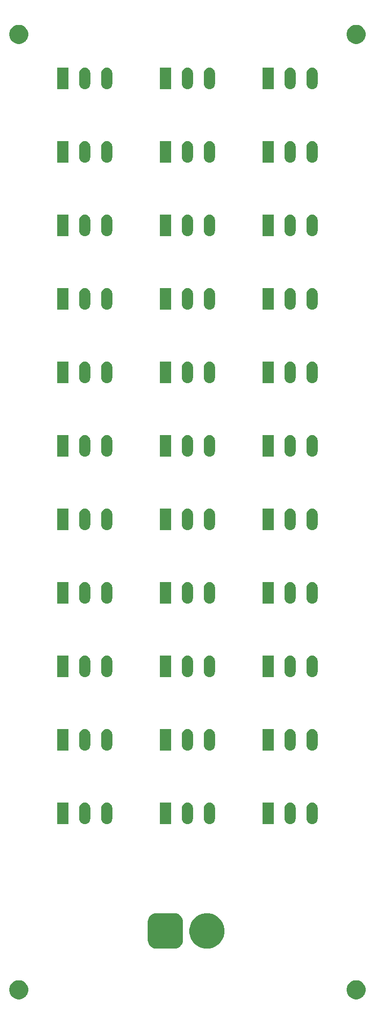
<source format=gbr>
G04 #@! TF.GenerationSoftware,KiCad,Pcbnew,(5.1.4)-1*
G04 #@! TF.CreationDate,2020-10-01T19:52:32+02:00*
G04 #@! TF.ProjectId,distrib,64697374-7269-4622-9e6b-696361645f70,rev?*
G04 #@! TF.SameCoordinates,Original*
G04 #@! TF.FileFunction,Soldermask,Top*
G04 #@! TF.FilePolarity,Negative*
%FSLAX46Y46*%
G04 Gerber Fmt 4.6, Leading zero omitted, Abs format (unit mm)*
G04 Created by KiCad (PCBNEW (5.1.4)-1) date 2020-10-01 19:52:32*
%MOMM*%
%LPD*%
G04 APERTURE LIST*
%ADD10C,0.100000*%
G04 APERTURE END LIST*
D10*
G36*
X81655256Y-214291298D02*
G01*
X81761579Y-214312447D01*
X82062042Y-214436903D01*
X82332451Y-214617585D01*
X82562415Y-214847549D01*
X82743097Y-215117958D01*
X82867553Y-215418421D01*
X82931000Y-215737391D01*
X82931000Y-216062609D01*
X82867553Y-216381579D01*
X82743097Y-216682042D01*
X82562415Y-216952451D01*
X82332451Y-217182415D01*
X82062042Y-217363097D01*
X81761579Y-217487553D01*
X81655256Y-217508702D01*
X81442611Y-217551000D01*
X81117389Y-217551000D01*
X80904744Y-217508702D01*
X80798421Y-217487553D01*
X80497958Y-217363097D01*
X80227549Y-217182415D01*
X79997585Y-216952451D01*
X79816903Y-216682042D01*
X79692447Y-216381579D01*
X79629000Y-216062609D01*
X79629000Y-215737391D01*
X79692447Y-215418421D01*
X79816903Y-215117958D01*
X79997585Y-214847549D01*
X80227549Y-214617585D01*
X80497958Y-214436903D01*
X80798421Y-214312447D01*
X80904744Y-214291298D01*
X81117389Y-214249000D01*
X81442611Y-214249000D01*
X81655256Y-214291298D01*
X81655256Y-214291298D01*
G37*
G36*
X23235256Y-214291298D02*
G01*
X23341579Y-214312447D01*
X23642042Y-214436903D01*
X23912451Y-214617585D01*
X24142415Y-214847549D01*
X24323097Y-215117958D01*
X24447553Y-215418421D01*
X24511000Y-215737391D01*
X24511000Y-216062609D01*
X24447553Y-216381579D01*
X24323097Y-216682042D01*
X24142415Y-216952451D01*
X23912451Y-217182415D01*
X23642042Y-217363097D01*
X23341579Y-217487553D01*
X23235256Y-217508702D01*
X23022611Y-217551000D01*
X22697389Y-217551000D01*
X22484744Y-217508702D01*
X22378421Y-217487553D01*
X22077958Y-217363097D01*
X21807549Y-217182415D01*
X21577585Y-216952451D01*
X21396903Y-216682042D01*
X21272447Y-216381579D01*
X21209000Y-216062609D01*
X21209000Y-215737391D01*
X21272447Y-215418421D01*
X21396903Y-215117958D01*
X21577585Y-214847549D01*
X21807549Y-214617585D01*
X22077958Y-214436903D01*
X22378421Y-214312447D01*
X22484744Y-214291298D01*
X22697389Y-214249000D01*
X23022611Y-214249000D01*
X23235256Y-214291298D01*
X23235256Y-214291298D01*
G37*
G36*
X56349943Y-202806248D02*
G01*
X56905189Y-203036238D01*
X56905190Y-203036239D01*
X57404899Y-203370134D01*
X57829866Y-203795101D01*
X57829867Y-203795103D01*
X58163762Y-204294811D01*
X58393752Y-204850057D01*
X58511000Y-205439501D01*
X58511000Y-206040499D01*
X58393752Y-206629943D01*
X58163762Y-207185189D01*
X58163761Y-207185190D01*
X57829866Y-207684899D01*
X57404899Y-208109866D01*
X57153347Y-208277948D01*
X56905189Y-208443762D01*
X56349943Y-208673752D01*
X55760499Y-208791000D01*
X55159501Y-208791000D01*
X54570057Y-208673752D01*
X54014811Y-208443762D01*
X53766653Y-208277948D01*
X53515101Y-208109866D01*
X53090134Y-207684899D01*
X52756239Y-207185190D01*
X52756238Y-207185189D01*
X52526248Y-206629943D01*
X52409000Y-206040499D01*
X52409000Y-205439501D01*
X52526248Y-204850057D01*
X52756238Y-204294811D01*
X53090133Y-203795103D01*
X53090134Y-203795101D01*
X53515101Y-203370134D01*
X54014810Y-203036239D01*
X54014811Y-203036238D01*
X54570057Y-202806248D01*
X55159501Y-202689000D01*
X55760499Y-202689000D01*
X56349943Y-202806248D01*
X56349943Y-202806248D01*
G37*
G36*
X50133297Y-202717704D02*
G01*
X50407637Y-202800924D01*
X50660462Y-202936062D01*
X50882070Y-203117930D01*
X51063938Y-203339538D01*
X51199076Y-203592363D01*
X51282296Y-203866703D01*
X51311000Y-204158140D01*
X51311000Y-207321860D01*
X51282296Y-207613297D01*
X51199076Y-207887637D01*
X51063938Y-208140462D01*
X50882070Y-208362070D01*
X50660462Y-208543938D01*
X50407637Y-208679076D01*
X50133297Y-208762296D01*
X49841860Y-208791000D01*
X46678140Y-208791000D01*
X46386703Y-208762296D01*
X46112363Y-208679076D01*
X45859538Y-208543938D01*
X45637930Y-208362070D01*
X45456062Y-208140462D01*
X45320924Y-207887637D01*
X45237704Y-207613297D01*
X45209000Y-207321860D01*
X45209000Y-204158140D01*
X45237704Y-203866703D01*
X45320924Y-203592363D01*
X45456062Y-203339538D01*
X45637930Y-203117930D01*
X45859538Y-202936062D01*
X46112363Y-202800924D01*
X46386703Y-202717704D01*
X46678140Y-202689000D01*
X49841860Y-202689000D01*
X50133297Y-202717704D01*
X50133297Y-202717704D01*
G37*
G36*
X38286424Y-183582760D02*
G01*
X38286427Y-183582761D01*
X38286428Y-183582761D01*
X38465692Y-183637140D01*
X38465695Y-183637142D01*
X38465696Y-183637142D01*
X38630903Y-183725446D01*
X38775712Y-183844288D01*
X38894554Y-183989097D01*
X38982858Y-184154303D01*
X38982860Y-184154307D01*
X38982860Y-184154308D01*
X39037240Y-184333575D01*
X39051000Y-184473282D01*
X39051000Y-186366718D01*
X39037240Y-186506425D01*
X39037239Y-186506428D01*
X39037239Y-186506429D01*
X38982860Y-186685693D01*
X38982858Y-186685696D01*
X38982858Y-186685697D01*
X38894554Y-186850903D01*
X38775712Y-186995712D01*
X38630903Y-187114554D01*
X38465697Y-187202858D01*
X38465693Y-187202860D01*
X38286429Y-187257239D01*
X38286428Y-187257239D01*
X38286425Y-187257240D01*
X38100000Y-187275601D01*
X37913576Y-187257240D01*
X37913573Y-187257239D01*
X37913572Y-187257239D01*
X37734308Y-187202860D01*
X37734304Y-187202858D01*
X37569098Y-187114554D01*
X37424289Y-186995712D01*
X37305447Y-186850903D01*
X37217143Y-186685697D01*
X37217143Y-186685696D01*
X37217141Y-186685693D01*
X37162762Y-186506429D01*
X37162762Y-186506428D01*
X37162761Y-186506425D01*
X37149000Y-186366717D01*
X37149000Y-184473283D01*
X37162760Y-184333576D01*
X37162761Y-184333572D01*
X37217140Y-184154308D01*
X37217143Y-184154303D01*
X37305446Y-183989097D01*
X37424288Y-183844288D01*
X37569097Y-183725446D01*
X37734303Y-183637142D01*
X37734304Y-183637142D01*
X37734307Y-183637140D01*
X37913571Y-183582761D01*
X37913572Y-183582761D01*
X37913575Y-183582760D01*
X38100000Y-183564399D01*
X38286424Y-183582760D01*
X38286424Y-183582760D01*
G37*
G36*
X70036424Y-183582760D02*
G01*
X70036427Y-183582761D01*
X70036428Y-183582761D01*
X70215692Y-183637140D01*
X70215695Y-183637142D01*
X70215696Y-183637142D01*
X70380903Y-183725446D01*
X70525712Y-183844288D01*
X70644554Y-183989097D01*
X70732858Y-184154303D01*
X70732860Y-184154307D01*
X70732860Y-184154308D01*
X70787240Y-184333575D01*
X70801000Y-184473282D01*
X70801000Y-186366718D01*
X70787240Y-186506425D01*
X70787239Y-186506428D01*
X70787239Y-186506429D01*
X70732860Y-186685693D01*
X70732858Y-186685696D01*
X70732858Y-186685697D01*
X70644554Y-186850903D01*
X70525712Y-186995712D01*
X70380903Y-187114554D01*
X70215697Y-187202858D01*
X70215693Y-187202860D01*
X70036429Y-187257239D01*
X70036428Y-187257239D01*
X70036425Y-187257240D01*
X69850000Y-187275601D01*
X69663576Y-187257240D01*
X69663573Y-187257239D01*
X69663572Y-187257239D01*
X69484308Y-187202860D01*
X69484304Y-187202858D01*
X69319098Y-187114554D01*
X69174289Y-186995712D01*
X69055447Y-186850903D01*
X68967143Y-186685697D01*
X68967143Y-186685696D01*
X68967141Y-186685693D01*
X68912762Y-186506429D01*
X68912762Y-186506428D01*
X68912761Y-186506425D01*
X68899000Y-186366717D01*
X68899000Y-184473283D01*
X68912760Y-184333576D01*
X68912761Y-184333572D01*
X68967140Y-184154308D01*
X68967143Y-184154303D01*
X69055446Y-183989097D01*
X69174288Y-183844288D01*
X69319097Y-183725446D01*
X69484303Y-183637142D01*
X69484304Y-183637142D01*
X69484307Y-183637140D01*
X69663571Y-183582761D01*
X69663572Y-183582761D01*
X69663575Y-183582760D01*
X69850000Y-183564399D01*
X70036424Y-183582760D01*
X70036424Y-183582760D01*
G37*
G36*
X73846424Y-183582760D02*
G01*
X73846427Y-183582761D01*
X73846428Y-183582761D01*
X74025692Y-183637140D01*
X74025695Y-183637142D01*
X74025696Y-183637142D01*
X74190903Y-183725446D01*
X74335712Y-183844288D01*
X74454554Y-183989097D01*
X74542858Y-184154303D01*
X74542860Y-184154307D01*
X74542860Y-184154308D01*
X74597240Y-184333575D01*
X74611000Y-184473282D01*
X74611000Y-186366718D01*
X74597240Y-186506425D01*
X74597239Y-186506428D01*
X74597239Y-186506429D01*
X74542860Y-186685693D01*
X74542858Y-186685696D01*
X74542858Y-186685697D01*
X74454554Y-186850903D01*
X74335712Y-186995712D01*
X74190903Y-187114554D01*
X74025697Y-187202858D01*
X74025693Y-187202860D01*
X73846429Y-187257239D01*
X73846428Y-187257239D01*
X73846425Y-187257240D01*
X73660000Y-187275601D01*
X73473576Y-187257240D01*
X73473573Y-187257239D01*
X73473572Y-187257239D01*
X73294308Y-187202860D01*
X73294304Y-187202858D01*
X73129098Y-187114554D01*
X72984289Y-186995712D01*
X72865447Y-186850903D01*
X72777143Y-186685697D01*
X72777143Y-186685696D01*
X72777141Y-186685693D01*
X72722762Y-186506429D01*
X72722762Y-186506428D01*
X72722761Y-186506425D01*
X72709000Y-186366717D01*
X72709000Y-184473283D01*
X72722760Y-184333576D01*
X72722761Y-184333572D01*
X72777140Y-184154308D01*
X72777143Y-184154303D01*
X72865446Y-183989097D01*
X72984288Y-183844288D01*
X73129097Y-183725446D01*
X73294303Y-183637142D01*
X73294304Y-183637142D01*
X73294307Y-183637140D01*
X73473571Y-183582761D01*
X73473572Y-183582761D01*
X73473575Y-183582760D01*
X73660000Y-183564399D01*
X73846424Y-183582760D01*
X73846424Y-183582760D01*
G37*
G36*
X52256424Y-183582760D02*
G01*
X52256427Y-183582761D01*
X52256428Y-183582761D01*
X52435692Y-183637140D01*
X52435695Y-183637142D01*
X52435696Y-183637142D01*
X52600903Y-183725446D01*
X52745712Y-183844288D01*
X52864554Y-183989097D01*
X52952858Y-184154303D01*
X52952860Y-184154307D01*
X52952860Y-184154308D01*
X53007240Y-184333575D01*
X53021000Y-184473282D01*
X53021000Y-186366718D01*
X53007240Y-186506425D01*
X53007239Y-186506428D01*
X53007239Y-186506429D01*
X52952860Y-186685693D01*
X52952858Y-186685696D01*
X52952858Y-186685697D01*
X52864554Y-186850903D01*
X52745712Y-186995712D01*
X52600903Y-187114554D01*
X52435697Y-187202858D01*
X52435693Y-187202860D01*
X52256429Y-187257239D01*
X52256428Y-187257239D01*
X52256425Y-187257240D01*
X52070000Y-187275601D01*
X51883576Y-187257240D01*
X51883573Y-187257239D01*
X51883572Y-187257239D01*
X51704308Y-187202860D01*
X51704304Y-187202858D01*
X51539098Y-187114554D01*
X51394289Y-186995712D01*
X51275447Y-186850903D01*
X51187143Y-186685697D01*
X51187143Y-186685696D01*
X51187141Y-186685693D01*
X51132762Y-186506429D01*
X51132762Y-186506428D01*
X51132761Y-186506425D01*
X51119000Y-186366717D01*
X51119000Y-184473283D01*
X51132760Y-184333576D01*
X51132761Y-184333572D01*
X51187140Y-184154308D01*
X51187143Y-184154303D01*
X51275446Y-183989097D01*
X51394288Y-183844288D01*
X51539097Y-183725446D01*
X51704303Y-183637142D01*
X51704304Y-183637142D01*
X51704307Y-183637140D01*
X51883571Y-183582761D01*
X51883572Y-183582761D01*
X51883575Y-183582760D01*
X52070000Y-183564399D01*
X52256424Y-183582760D01*
X52256424Y-183582760D01*
G37*
G36*
X56066424Y-183582760D02*
G01*
X56066427Y-183582761D01*
X56066428Y-183582761D01*
X56245692Y-183637140D01*
X56245695Y-183637142D01*
X56245696Y-183637142D01*
X56410903Y-183725446D01*
X56555712Y-183844288D01*
X56674554Y-183989097D01*
X56762858Y-184154303D01*
X56762860Y-184154307D01*
X56762860Y-184154308D01*
X56817240Y-184333575D01*
X56831000Y-184473282D01*
X56831000Y-186366718D01*
X56817240Y-186506425D01*
X56817239Y-186506428D01*
X56817239Y-186506429D01*
X56762860Y-186685693D01*
X56762858Y-186685696D01*
X56762858Y-186685697D01*
X56674554Y-186850903D01*
X56555712Y-186995712D01*
X56410903Y-187114554D01*
X56245697Y-187202858D01*
X56245693Y-187202860D01*
X56066429Y-187257239D01*
X56066428Y-187257239D01*
X56066425Y-187257240D01*
X55880000Y-187275601D01*
X55693576Y-187257240D01*
X55693573Y-187257239D01*
X55693572Y-187257239D01*
X55514308Y-187202860D01*
X55514304Y-187202858D01*
X55349098Y-187114554D01*
X55204289Y-186995712D01*
X55085447Y-186850903D01*
X54997143Y-186685697D01*
X54997143Y-186685696D01*
X54997141Y-186685693D01*
X54942762Y-186506429D01*
X54942762Y-186506428D01*
X54942761Y-186506425D01*
X54929000Y-186366717D01*
X54929000Y-184473283D01*
X54942760Y-184333576D01*
X54942761Y-184333572D01*
X54997140Y-184154308D01*
X54997143Y-184154303D01*
X55085446Y-183989097D01*
X55204288Y-183844288D01*
X55349097Y-183725446D01*
X55514303Y-183637142D01*
X55514304Y-183637142D01*
X55514307Y-183637140D01*
X55693571Y-183582761D01*
X55693572Y-183582761D01*
X55693575Y-183582760D01*
X55880000Y-183564399D01*
X56066424Y-183582760D01*
X56066424Y-183582760D01*
G37*
G36*
X34476424Y-183582760D02*
G01*
X34476427Y-183582761D01*
X34476428Y-183582761D01*
X34655692Y-183637140D01*
X34655695Y-183637142D01*
X34655696Y-183637142D01*
X34820903Y-183725446D01*
X34965712Y-183844288D01*
X35084554Y-183989097D01*
X35172858Y-184154303D01*
X35172860Y-184154307D01*
X35172860Y-184154308D01*
X35227240Y-184333575D01*
X35241000Y-184473282D01*
X35241000Y-186366718D01*
X35227240Y-186506425D01*
X35227239Y-186506428D01*
X35227239Y-186506429D01*
X35172860Y-186685693D01*
X35172858Y-186685696D01*
X35172858Y-186685697D01*
X35084554Y-186850903D01*
X34965712Y-186995712D01*
X34820903Y-187114554D01*
X34655697Y-187202858D01*
X34655693Y-187202860D01*
X34476429Y-187257239D01*
X34476428Y-187257239D01*
X34476425Y-187257240D01*
X34290000Y-187275601D01*
X34103576Y-187257240D01*
X34103573Y-187257239D01*
X34103572Y-187257239D01*
X33924308Y-187202860D01*
X33924304Y-187202858D01*
X33759098Y-187114554D01*
X33614289Y-186995712D01*
X33495447Y-186850903D01*
X33407143Y-186685697D01*
X33407143Y-186685696D01*
X33407141Y-186685693D01*
X33352762Y-186506429D01*
X33352762Y-186506428D01*
X33352761Y-186506425D01*
X33339000Y-186366717D01*
X33339000Y-184473283D01*
X33352760Y-184333576D01*
X33352761Y-184333572D01*
X33407140Y-184154308D01*
X33407143Y-184154303D01*
X33495446Y-183989097D01*
X33614288Y-183844288D01*
X33759097Y-183725446D01*
X33924303Y-183637142D01*
X33924304Y-183637142D01*
X33924307Y-183637140D01*
X34103571Y-183582761D01*
X34103572Y-183582761D01*
X34103575Y-183582760D01*
X34290000Y-183564399D01*
X34476424Y-183582760D01*
X34476424Y-183582760D01*
G37*
G36*
X31431000Y-187271000D02*
G01*
X29529000Y-187271000D01*
X29529000Y-183569000D01*
X31431000Y-183569000D01*
X31431000Y-187271000D01*
X31431000Y-187271000D01*
G37*
G36*
X49211000Y-187271000D02*
G01*
X47309000Y-187271000D01*
X47309000Y-183569000D01*
X49211000Y-183569000D01*
X49211000Y-187271000D01*
X49211000Y-187271000D01*
G37*
G36*
X66991000Y-187271000D02*
G01*
X65089000Y-187271000D01*
X65089000Y-183569000D01*
X66991000Y-183569000D01*
X66991000Y-187271000D01*
X66991000Y-187271000D01*
G37*
G36*
X38286424Y-170882760D02*
G01*
X38286427Y-170882761D01*
X38286428Y-170882761D01*
X38465692Y-170937140D01*
X38465695Y-170937142D01*
X38465696Y-170937142D01*
X38630903Y-171025446D01*
X38775712Y-171144288D01*
X38894554Y-171289097D01*
X38982858Y-171454303D01*
X38982860Y-171454307D01*
X38982860Y-171454308D01*
X39037240Y-171633575D01*
X39051000Y-171773282D01*
X39051000Y-173666718D01*
X39037240Y-173806425D01*
X39037239Y-173806428D01*
X39037239Y-173806429D01*
X38982860Y-173985693D01*
X38982858Y-173985696D01*
X38982858Y-173985697D01*
X38894554Y-174150903D01*
X38775712Y-174295712D01*
X38630903Y-174414554D01*
X38465697Y-174502858D01*
X38465693Y-174502860D01*
X38286429Y-174557239D01*
X38286428Y-174557239D01*
X38286425Y-174557240D01*
X38100000Y-174575601D01*
X37913576Y-174557240D01*
X37913573Y-174557239D01*
X37913572Y-174557239D01*
X37734308Y-174502860D01*
X37734304Y-174502858D01*
X37569098Y-174414554D01*
X37424289Y-174295712D01*
X37305447Y-174150903D01*
X37217143Y-173985697D01*
X37217143Y-173985696D01*
X37217141Y-173985693D01*
X37162762Y-173806429D01*
X37162762Y-173806428D01*
X37162761Y-173806425D01*
X37149000Y-173666717D01*
X37149000Y-171773283D01*
X37162760Y-171633576D01*
X37162761Y-171633572D01*
X37217140Y-171454308D01*
X37217143Y-171454303D01*
X37305446Y-171289097D01*
X37424288Y-171144288D01*
X37569097Y-171025446D01*
X37734303Y-170937142D01*
X37734304Y-170937142D01*
X37734307Y-170937140D01*
X37913571Y-170882761D01*
X37913572Y-170882761D01*
X37913575Y-170882760D01*
X38100000Y-170864399D01*
X38286424Y-170882760D01*
X38286424Y-170882760D01*
G37*
G36*
X70036424Y-170882760D02*
G01*
X70036427Y-170882761D01*
X70036428Y-170882761D01*
X70215692Y-170937140D01*
X70215695Y-170937142D01*
X70215696Y-170937142D01*
X70380903Y-171025446D01*
X70525712Y-171144288D01*
X70644554Y-171289097D01*
X70732858Y-171454303D01*
X70732860Y-171454307D01*
X70732860Y-171454308D01*
X70787240Y-171633575D01*
X70801000Y-171773282D01*
X70801000Y-173666718D01*
X70787240Y-173806425D01*
X70787239Y-173806428D01*
X70787239Y-173806429D01*
X70732860Y-173985693D01*
X70732858Y-173985696D01*
X70732858Y-173985697D01*
X70644554Y-174150903D01*
X70525712Y-174295712D01*
X70380903Y-174414554D01*
X70215697Y-174502858D01*
X70215693Y-174502860D01*
X70036429Y-174557239D01*
X70036428Y-174557239D01*
X70036425Y-174557240D01*
X69850000Y-174575601D01*
X69663576Y-174557240D01*
X69663573Y-174557239D01*
X69663572Y-174557239D01*
X69484308Y-174502860D01*
X69484304Y-174502858D01*
X69319098Y-174414554D01*
X69174289Y-174295712D01*
X69055447Y-174150903D01*
X68967143Y-173985697D01*
X68967143Y-173985696D01*
X68967141Y-173985693D01*
X68912762Y-173806429D01*
X68912762Y-173806428D01*
X68912761Y-173806425D01*
X68899000Y-173666717D01*
X68899000Y-171773283D01*
X68912760Y-171633576D01*
X68912761Y-171633572D01*
X68967140Y-171454308D01*
X68967143Y-171454303D01*
X69055446Y-171289097D01*
X69174288Y-171144288D01*
X69319097Y-171025446D01*
X69484303Y-170937142D01*
X69484304Y-170937142D01*
X69484307Y-170937140D01*
X69663571Y-170882761D01*
X69663572Y-170882761D01*
X69663575Y-170882760D01*
X69850000Y-170864399D01*
X70036424Y-170882760D01*
X70036424Y-170882760D01*
G37*
G36*
X73846424Y-170882760D02*
G01*
X73846427Y-170882761D01*
X73846428Y-170882761D01*
X74025692Y-170937140D01*
X74025695Y-170937142D01*
X74025696Y-170937142D01*
X74190903Y-171025446D01*
X74335712Y-171144288D01*
X74454554Y-171289097D01*
X74542858Y-171454303D01*
X74542860Y-171454307D01*
X74542860Y-171454308D01*
X74597240Y-171633575D01*
X74611000Y-171773282D01*
X74611000Y-173666718D01*
X74597240Y-173806425D01*
X74597239Y-173806428D01*
X74597239Y-173806429D01*
X74542860Y-173985693D01*
X74542858Y-173985696D01*
X74542858Y-173985697D01*
X74454554Y-174150903D01*
X74335712Y-174295712D01*
X74190903Y-174414554D01*
X74025697Y-174502858D01*
X74025693Y-174502860D01*
X73846429Y-174557239D01*
X73846428Y-174557239D01*
X73846425Y-174557240D01*
X73660000Y-174575601D01*
X73473576Y-174557240D01*
X73473573Y-174557239D01*
X73473572Y-174557239D01*
X73294308Y-174502860D01*
X73294304Y-174502858D01*
X73129098Y-174414554D01*
X72984289Y-174295712D01*
X72865447Y-174150903D01*
X72777143Y-173985697D01*
X72777143Y-173985696D01*
X72777141Y-173985693D01*
X72722762Y-173806429D01*
X72722762Y-173806428D01*
X72722761Y-173806425D01*
X72709000Y-173666717D01*
X72709000Y-171773283D01*
X72722760Y-171633576D01*
X72722761Y-171633572D01*
X72777140Y-171454308D01*
X72777143Y-171454303D01*
X72865446Y-171289097D01*
X72984288Y-171144288D01*
X73129097Y-171025446D01*
X73294303Y-170937142D01*
X73294304Y-170937142D01*
X73294307Y-170937140D01*
X73473571Y-170882761D01*
X73473572Y-170882761D01*
X73473575Y-170882760D01*
X73660000Y-170864399D01*
X73846424Y-170882760D01*
X73846424Y-170882760D01*
G37*
G36*
X52256424Y-170882760D02*
G01*
X52256427Y-170882761D01*
X52256428Y-170882761D01*
X52435692Y-170937140D01*
X52435695Y-170937142D01*
X52435696Y-170937142D01*
X52600903Y-171025446D01*
X52745712Y-171144288D01*
X52864554Y-171289097D01*
X52952858Y-171454303D01*
X52952860Y-171454307D01*
X52952860Y-171454308D01*
X53007240Y-171633575D01*
X53021000Y-171773282D01*
X53021000Y-173666718D01*
X53007240Y-173806425D01*
X53007239Y-173806428D01*
X53007239Y-173806429D01*
X52952860Y-173985693D01*
X52952858Y-173985696D01*
X52952858Y-173985697D01*
X52864554Y-174150903D01*
X52745712Y-174295712D01*
X52600903Y-174414554D01*
X52435697Y-174502858D01*
X52435693Y-174502860D01*
X52256429Y-174557239D01*
X52256428Y-174557239D01*
X52256425Y-174557240D01*
X52070000Y-174575601D01*
X51883576Y-174557240D01*
X51883573Y-174557239D01*
X51883572Y-174557239D01*
X51704308Y-174502860D01*
X51704304Y-174502858D01*
X51539098Y-174414554D01*
X51394289Y-174295712D01*
X51275447Y-174150903D01*
X51187143Y-173985697D01*
X51187143Y-173985696D01*
X51187141Y-173985693D01*
X51132762Y-173806429D01*
X51132762Y-173806428D01*
X51132761Y-173806425D01*
X51119000Y-173666717D01*
X51119000Y-171773283D01*
X51132760Y-171633576D01*
X51132761Y-171633572D01*
X51187140Y-171454308D01*
X51187143Y-171454303D01*
X51275446Y-171289097D01*
X51394288Y-171144288D01*
X51539097Y-171025446D01*
X51704303Y-170937142D01*
X51704304Y-170937142D01*
X51704307Y-170937140D01*
X51883571Y-170882761D01*
X51883572Y-170882761D01*
X51883575Y-170882760D01*
X52070000Y-170864399D01*
X52256424Y-170882760D01*
X52256424Y-170882760D01*
G37*
G36*
X34476424Y-170882760D02*
G01*
X34476427Y-170882761D01*
X34476428Y-170882761D01*
X34655692Y-170937140D01*
X34655695Y-170937142D01*
X34655696Y-170937142D01*
X34820903Y-171025446D01*
X34965712Y-171144288D01*
X35084554Y-171289097D01*
X35172858Y-171454303D01*
X35172860Y-171454307D01*
X35172860Y-171454308D01*
X35227240Y-171633575D01*
X35241000Y-171773282D01*
X35241000Y-173666718D01*
X35227240Y-173806425D01*
X35227239Y-173806428D01*
X35227239Y-173806429D01*
X35172860Y-173985693D01*
X35172858Y-173985696D01*
X35172858Y-173985697D01*
X35084554Y-174150903D01*
X34965712Y-174295712D01*
X34820903Y-174414554D01*
X34655697Y-174502858D01*
X34655693Y-174502860D01*
X34476429Y-174557239D01*
X34476428Y-174557239D01*
X34476425Y-174557240D01*
X34290000Y-174575601D01*
X34103576Y-174557240D01*
X34103573Y-174557239D01*
X34103572Y-174557239D01*
X33924308Y-174502860D01*
X33924304Y-174502858D01*
X33759098Y-174414554D01*
X33614289Y-174295712D01*
X33495447Y-174150903D01*
X33407143Y-173985697D01*
X33407143Y-173985696D01*
X33407141Y-173985693D01*
X33352762Y-173806429D01*
X33352762Y-173806428D01*
X33352761Y-173806425D01*
X33339000Y-173666717D01*
X33339000Y-171773283D01*
X33352760Y-171633576D01*
X33352761Y-171633572D01*
X33407140Y-171454308D01*
X33407143Y-171454303D01*
X33495446Y-171289097D01*
X33614288Y-171144288D01*
X33759097Y-171025446D01*
X33924303Y-170937142D01*
X33924304Y-170937142D01*
X33924307Y-170937140D01*
X34103571Y-170882761D01*
X34103572Y-170882761D01*
X34103575Y-170882760D01*
X34290000Y-170864399D01*
X34476424Y-170882760D01*
X34476424Y-170882760D01*
G37*
G36*
X56066424Y-170882760D02*
G01*
X56066427Y-170882761D01*
X56066428Y-170882761D01*
X56245692Y-170937140D01*
X56245695Y-170937142D01*
X56245696Y-170937142D01*
X56410903Y-171025446D01*
X56555712Y-171144288D01*
X56674554Y-171289097D01*
X56762858Y-171454303D01*
X56762860Y-171454307D01*
X56762860Y-171454308D01*
X56817240Y-171633575D01*
X56831000Y-171773282D01*
X56831000Y-173666718D01*
X56817240Y-173806425D01*
X56817239Y-173806428D01*
X56817239Y-173806429D01*
X56762860Y-173985693D01*
X56762858Y-173985696D01*
X56762858Y-173985697D01*
X56674554Y-174150903D01*
X56555712Y-174295712D01*
X56410903Y-174414554D01*
X56245697Y-174502858D01*
X56245693Y-174502860D01*
X56066429Y-174557239D01*
X56066428Y-174557239D01*
X56066425Y-174557240D01*
X55880000Y-174575601D01*
X55693576Y-174557240D01*
X55693573Y-174557239D01*
X55693572Y-174557239D01*
X55514308Y-174502860D01*
X55514304Y-174502858D01*
X55349098Y-174414554D01*
X55204289Y-174295712D01*
X55085447Y-174150903D01*
X54997143Y-173985697D01*
X54997143Y-173985696D01*
X54997141Y-173985693D01*
X54942762Y-173806429D01*
X54942762Y-173806428D01*
X54942761Y-173806425D01*
X54929000Y-173666717D01*
X54929000Y-171773283D01*
X54942760Y-171633576D01*
X54942761Y-171633572D01*
X54997140Y-171454308D01*
X54997143Y-171454303D01*
X55085446Y-171289097D01*
X55204288Y-171144288D01*
X55349097Y-171025446D01*
X55514303Y-170937142D01*
X55514304Y-170937142D01*
X55514307Y-170937140D01*
X55693571Y-170882761D01*
X55693572Y-170882761D01*
X55693575Y-170882760D01*
X55880000Y-170864399D01*
X56066424Y-170882760D01*
X56066424Y-170882760D01*
G37*
G36*
X66991000Y-174571000D02*
G01*
X65089000Y-174571000D01*
X65089000Y-170869000D01*
X66991000Y-170869000D01*
X66991000Y-174571000D01*
X66991000Y-174571000D01*
G37*
G36*
X49211000Y-174571000D02*
G01*
X47309000Y-174571000D01*
X47309000Y-170869000D01*
X49211000Y-170869000D01*
X49211000Y-174571000D01*
X49211000Y-174571000D01*
G37*
G36*
X31431000Y-174571000D02*
G01*
X29529000Y-174571000D01*
X29529000Y-170869000D01*
X31431000Y-170869000D01*
X31431000Y-174571000D01*
X31431000Y-174571000D01*
G37*
G36*
X34476424Y-158182760D02*
G01*
X34476427Y-158182761D01*
X34476428Y-158182761D01*
X34655692Y-158237140D01*
X34655695Y-158237142D01*
X34655696Y-158237142D01*
X34820903Y-158325446D01*
X34965712Y-158444288D01*
X35084554Y-158589097D01*
X35172858Y-158754303D01*
X35172860Y-158754307D01*
X35172860Y-158754308D01*
X35227240Y-158933575D01*
X35241000Y-159073282D01*
X35241000Y-160966718D01*
X35227240Y-161106425D01*
X35227239Y-161106428D01*
X35227239Y-161106429D01*
X35172860Y-161285693D01*
X35172858Y-161285696D01*
X35172858Y-161285697D01*
X35084554Y-161450903D01*
X34965712Y-161595712D01*
X34820903Y-161714554D01*
X34655697Y-161802858D01*
X34655693Y-161802860D01*
X34476429Y-161857239D01*
X34476428Y-161857239D01*
X34476425Y-161857240D01*
X34290000Y-161875601D01*
X34103576Y-161857240D01*
X34103573Y-161857239D01*
X34103572Y-161857239D01*
X33924308Y-161802860D01*
X33924304Y-161802858D01*
X33759098Y-161714554D01*
X33614289Y-161595712D01*
X33495447Y-161450903D01*
X33407143Y-161285697D01*
X33407143Y-161285696D01*
X33407141Y-161285693D01*
X33352762Y-161106429D01*
X33352762Y-161106428D01*
X33352761Y-161106425D01*
X33339000Y-160966717D01*
X33339000Y-159073283D01*
X33352760Y-158933576D01*
X33352761Y-158933572D01*
X33407140Y-158754308D01*
X33407143Y-158754303D01*
X33495446Y-158589097D01*
X33614288Y-158444288D01*
X33759097Y-158325446D01*
X33924303Y-158237142D01*
X33924304Y-158237142D01*
X33924307Y-158237140D01*
X34103571Y-158182761D01*
X34103572Y-158182761D01*
X34103575Y-158182760D01*
X34290000Y-158164399D01*
X34476424Y-158182760D01*
X34476424Y-158182760D01*
G37*
G36*
X38286424Y-158182760D02*
G01*
X38286427Y-158182761D01*
X38286428Y-158182761D01*
X38465692Y-158237140D01*
X38465695Y-158237142D01*
X38465696Y-158237142D01*
X38630903Y-158325446D01*
X38775712Y-158444288D01*
X38894554Y-158589097D01*
X38982858Y-158754303D01*
X38982860Y-158754307D01*
X38982860Y-158754308D01*
X39037240Y-158933575D01*
X39051000Y-159073282D01*
X39051000Y-160966718D01*
X39037240Y-161106425D01*
X39037239Y-161106428D01*
X39037239Y-161106429D01*
X38982860Y-161285693D01*
X38982858Y-161285696D01*
X38982858Y-161285697D01*
X38894554Y-161450903D01*
X38775712Y-161595712D01*
X38630903Y-161714554D01*
X38465697Y-161802858D01*
X38465693Y-161802860D01*
X38286429Y-161857239D01*
X38286428Y-161857239D01*
X38286425Y-161857240D01*
X38100000Y-161875601D01*
X37913576Y-161857240D01*
X37913573Y-161857239D01*
X37913572Y-161857239D01*
X37734308Y-161802860D01*
X37734304Y-161802858D01*
X37569098Y-161714554D01*
X37424289Y-161595712D01*
X37305447Y-161450903D01*
X37217143Y-161285697D01*
X37217143Y-161285696D01*
X37217141Y-161285693D01*
X37162762Y-161106429D01*
X37162762Y-161106428D01*
X37162761Y-161106425D01*
X37149000Y-160966717D01*
X37149000Y-159073283D01*
X37162760Y-158933576D01*
X37162761Y-158933572D01*
X37217140Y-158754308D01*
X37217143Y-158754303D01*
X37305446Y-158589097D01*
X37424288Y-158444288D01*
X37569097Y-158325446D01*
X37734303Y-158237142D01*
X37734304Y-158237142D01*
X37734307Y-158237140D01*
X37913571Y-158182761D01*
X37913572Y-158182761D01*
X37913575Y-158182760D01*
X38100000Y-158164399D01*
X38286424Y-158182760D01*
X38286424Y-158182760D01*
G37*
G36*
X56066424Y-158182760D02*
G01*
X56066427Y-158182761D01*
X56066428Y-158182761D01*
X56245692Y-158237140D01*
X56245695Y-158237142D01*
X56245696Y-158237142D01*
X56410903Y-158325446D01*
X56555712Y-158444288D01*
X56674554Y-158589097D01*
X56762858Y-158754303D01*
X56762860Y-158754307D01*
X56762860Y-158754308D01*
X56817240Y-158933575D01*
X56831000Y-159073282D01*
X56831000Y-160966718D01*
X56817240Y-161106425D01*
X56817239Y-161106428D01*
X56817239Y-161106429D01*
X56762860Y-161285693D01*
X56762858Y-161285696D01*
X56762858Y-161285697D01*
X56674554Y-161450903D01*
X56555712Y-161595712D01*
X56410903Y-161714554D01*
X56245697Y-161802858D01*
X56245693Y-161802860D01*
X56066429Y-161857239D01*
X56066428Y-161857239D01*
X56066425Y-161857240D01*
X55880000Y-161875601D01*
X55693576Y-161857240D01*
X55693573Y-161857239D01*
X55693572Y-161857239D01*
X55514308Y-161802860D01*
X55514304Y-161802858D01*
X55349098Y-161714554D01*
X55204289Y-161595712D01*
X55085447Y-161450903D01*
X54997143Y-161285697D01*
X54997143Y-161285696D01*
X54997141Y-161285693D01*
X54942762Y-161106429D01*
X54942762Y-161106428D01*
X54942761Y-161106425D01*
X54929000Y-160966717D01*
X54929000Y-159073283D01*
X54942760Y-158933576D01*
X54942761Y-158933572D01*
X54997140Y-158754308D01*
X54997143Y-158754303D01*
X55085446Y-158589097D01*
X55204288Y-158444288D01*
X55349097Y-158325446D01*
X55514303Y-158237142D01*
X55514304Y-158237142D01*
X55514307Y-158237140D01*
X55693571Y-158182761D01*
X55693572Y-158182761D01*
X55693575Y-158182760D01*
X55880000Y-158164399D01*
X56066424Y-158182760D01*
X56066424Y-158182760D01*
G37*
G36*
X52256424Y-158182760D02*
G01*
X52256427Y-158182761D01*
X52256428Y-158182761D01*
X52435692Y-158237140D01*
X52435695Y-158237142D01*
X52435696Y-158237142D01*
X52600903Y-158325446D01*
X52745712Y-158444288D01*
X52864554Y-158589097D01*
X52952858Y-158754303D01*
X52952860Y-158754307D01*
X52952860Y-158754308D01*
X53007240Y-158933575D01*
X53021000Y-159073282D01*
X53021000Y-160966718D01*
X53007240Y-161106425D01*
X53007239Y-161106428D01*
X53007239Y-161106429D01*
X52952860Y-161285693D01*
X52952858Y-161285696D01*
X52952858Y-161285697D01*
X52864554Y-161450903D01*
X52745712Y-161595712D01*
X52600903Y-161714554D01*
X52435697Y-161802858D01*
X52435693Y-161802860D01*
X52256429Y-161857239D01*
X52256428Y-161857239D01*
X52256425Y-161857240D01*
X52070000Y-161875601D01*
X51883576Y-161857240D01*
X51883573Y-161857239D01*
X51883572Y-161857239D01*
X51704308Y-161802860D01*
X51704304Y-161802858D01*
X51539098Y-161714554D01*
X51394289Y-161595712D01*
X51275447Y-161450903D01*
X51187143Y-161285697D01*
X51187143Y-161285696D01*
X51187141Y-161285693D01*
X51132762Y-161106429D01*
X51132762Y-161106428D01*
X51132761Y-161106425D01*
X51119000Y-160966717D01*
X51119000Y-159073283D01*
X51132760Y-158933576D01*
X51132761Y-158933572D01*
X51187140Y-158754308D01*
X51187143Y-158754303D01*
X51275446Y-158589097D01*
X51394288Y-158444288D01*
X51539097Y-158325446D01*
X51704303Y-158237142D01*
X51704304Y-158237142D01*
X51704307Y-158237140D01*
X51883571Y-158182761D01*
X51883572Y-158182761D01*
X51883575Y-158182760D01*
X52070000Y-158164399D01*
X52256424Y-158182760D01*
X52256424Y-158182760D01*
G37*
G36*
X73846424Y-158182760D02*
G01*
X73846427Y-158182761D01*
X73846428Y-158182761D01*
X74025692Y-158237140D01*
X74025695Y-158237142D01*
X74025696Y-158237142D01*
X74190903Y-158325446D01*
X74335712Y-158444288D01*
X74454554Y-158589097D01*
X74542858Y-158754303D01*
X74542860Y-158754307D01*
X74542860Y-158754308D01*
X74597240Y-158933575D01*
X74611000Y-159073282D01*
X74611000Y-160966718D01*
X74597240Y-161106425D01*
X74597239Y-161106428D01*
X74597239Y-161106429D01*
X74542860Y-161285693D01*
X74542858Y-161285696D01*
X74542858Y-161285697D01*
X74454554Y-161450903D01*
X74335712Y-161595712D01*
X74190903Y-161714554D01*
X74025697Y-161802858D01*
X74025693Y-161802860D01*
X73846429Y-161857239D01*
X73846428Y-161857239D01*
X73846425Y-161857240D01*
X73660000Y-161875601D01*
X73473576Y-161857240D01*
X73473573Y-161857239D01*
X73473572Y-161857239D01*
X73294308Y-161802860D01*
X73294304Y-161802858D01*
X73129098Y-161714554D01*
X72984289Y-161595712D01*
X72865447Y-161450903D01*
X72777143Y-161285697D01*
X72777143Y-161285696D01*
X72777141Y-161285693D01*
X72722762Y-161106429D01*
X72722762Y-161106428D01*
X72722761Y-161106425D01*
X72709000Y-160966717D01*
X72709000Y-159073283D01*
X72722760Y-158933576D01*
X72722761Y-158933572D01*
X72777140Y-158754308D01*
X72777143Y-158754303D01*
X72865446Y-158589097D01*
X72984288Y-158444288D01*
X73129097Y-158325446D01*
X73294303Y-158237142D01*
X73294304Y-158237142D01*
X73294307Y-158237140D01*
X73473571Y-158182761D01*
X73473572Y-158182761D01*
X73473575Y-158182760D01*
X73660000Y-158164399D01*
X73846424Y-158182760D01*
X73846424Y-158182760D01*
G37*
G36*
X70036424Y-158182760D02*
G01*
X70036427Y-158182761D01*
X70036428Y-158182761D01*
X70215692Y-158237140D01*
X70215695Y-158237142D01*
X70215696Y-158237142D01*
X70380903Y-158325446D01*
X70525712Y-158444288D01*
X70644554Y-158589097D01*
X70732858Y-158754303D01*
X70732860Y-158754307D01*
X70732860Y-158754308D01*
X70787240Y-158933575D01*
X70801000Y-159073282D01*
X70801000Y-160966718D01*
X70787240Y-161106425D01*
X70787239Y-161106428D01*
X70787239Y-161106429D01*
X70732860Y-161285693D01*
X70732858Y-161285696D01*
X70732858Y-161285697D01*
X70644554Y-161450903D01*
X70525712Y-161595712D01*
X70380903Y-161714554D01*
X70215697Y-161802858D01*
X70215693Y-161802860D01*
X70036429Y-161857239D01*
X70036428Y-161857239D01*
X70036425Y-161857240D01*
X69850000Y-161875601D01*
X69663576Y-161857240D01*
X69663573Y-161857239D01*
X69663572Y-161857239D01*
X69484308Y-161802860D01*
X69484304Y-161802858D01*
X69319098Y-161714554D01*
X69174289Y-161595712D01*
X69055447Y-161450903D01*
X68967143Y-161285697D01*
X68967143Y-161285696D01*
X68967141Y-161285693D01*
X68912762Y-161106429D01*
X68912762Y-161106428D01*
X68912761Y-161106425D01*
X68899000Y-160966717D01*
X68899000Y-159073283D01*
X68912760Y-158933576D01*
X68912761Y-158933572D01*
X68967140Y-158754308D01*
X68967143Y-158754303D01*
X69055446Y-158589097D01*
X69174288Y-158444288D01*
X69319097Y-158325446D01*
X69484303Y-158237142D01*
X69484304Y-158237142D01*
X69484307Y-158237140D01*
X69663571Y-158182761D01*
X69663572Y-158182761D01*
X69663575Y-158182760D01*
X69850000Y-158164399D01*
X70036424Y-158182760D01*
X70036424Y-158182760D01*
G37*
G36*
X49211000Y-161871000D02*
G01*
X47309000Y-161871000D01*
X47309000Y-158169000D01*
X49211000Y-158169000D01*
X49211000Y-161871000D01*
X49211000Y-161871000D01*
G37*
G36*
X31431000Y-161871000D02*
G01*
X29529000Y-161871000D01*
X29529000Y-158169000D01*
X31431000Y-158169000D01*
X31431000Y-161871000D01*
X31431000Y-161871000D01*
G37*
G36*
X66991000Y-161871000D02*
G01*
X65089000Y-161871000D01*
X65089000Y-158169000D01*
X66991000Y-158169000D01*
X66991000Y-161871000D01*
X66991000Y-161871000D01*
G37*
G36*
X38286424Y-145482760D02*
G01*
X38286427Y-145482761D01*
X38286428Y-145482761D01*
X38465692Y-145537140D01*
X38465695Y-145537142D01*
X38465696Y-145537142D01*
X38630903Y-145625446D01*
X38775712Y-145744288D01*
X38894554Y-145889097D01*
X38982858Y-146054303D01*
X38982860Y-146054307D01*
X38982860Y-146054308D01*
X39037240Y-146233575D01*
X39051000Y-146373282D01*
X39051000Y-148266718D01*
X39037240Y-148406425D01*
X39037239Y-148406428D01*
X39037239Y-148406429D01*
X38982860Y-148585693D01*
X38982858Y-148585696D01*
X38982858Y-148585697D01*
X38894554Y-148750903D01*
X38775712Y-148895712D01*
X38630903Y-149014554D01*
X38465697Y-149102858D01*
X38465693Y-149102860D01*
X38286429Y-149157239D01*
X38286428Y-149157239D01*
X38286425Y-149157240D01*
X38100000Y-149175601D01*
X37913576Y-149157240D01*
X37913573Y-149157239D01*
X37913572Y-149157239D01*
X37734308Y-149102860D01*
X37734304Y-149102858D01*
X37569098Y-149014554D01*
X37424289Y-148895712D01*
X37305447Y-148750903D01*
X37217143Y-148585697D01*
X37217143Y-148585696D01*
X37217141Y-148585693D01*
X37162762Y-148406429D01*
X37162762Y-148406428D01*
X37162761Y-148406425D01*
X37149000Y-148266717D01*
X37149000Y-146373283D01*
X37162760Y-146233576D01*
X37162761Y-146233572D01*
X37217140Y-146054308D01*
X37217143Y-146054303D01*
X37305446Y-145889097D01*
X37424288Y-145744288D01*
X37569097Y-145625446D01*
X37734303Y-145537142D01*
X37734304Y-145537142D01*
X37734307Y-145537140D01*
X37913571Y-145482761D01*
X37913572Y-145482761D01*
X37913575Y-145482760D01*
X38100000Y-145464399D01*
X38286424Y-145482760D01*
X38286424Y-145482760D01*
G37*
G36*
X70036424Y-145482760D02*
G01*
X70036427Y-145482761D01*
X70036428Y-145482761D01*
X70215692Y-145537140D01*
X70215695Y-145537142D01*
X70215696Y-145537142D01*
X70380903Y-145625446D01*
X70525712Y-145744288D01*
X70644554Y-145889097D01*
X70732858Y-146054303D01*
X70732860Y-146054307D01*
X70732860Y-146054308D01*
X70787240Y-146233575D01*
X70801000Y-146373282D01*
X70801000Y-148266718D01*
X70787240Y-148406425D01*
X70787239Y-148406428D01*
X70787239Y-148406429D01*
X70732860Y-148585693D01*
X70732858Y-148585696D01*
X70732858Y-148585697D01*
X70644554Y-148750903D01*
X70525712Y-148895712D01*
X70380903Y-149014554D01*
X70215697Y-149102858D01*
X70215693Y-149102860D01*
X70036429Y-149157239D01*
X70036428Y-149157239D01*
X70036425Y-149157240D01*
X69850000Y-149175601D01*
X69663576Y-149157240D01*
X69663573Y-149157239D01*
X69663572Y-149157239D01*
X69484308Y-149102860D01*
X69484304Y-149102858D01*
X69319098Y-149014554D01*
X69174289Y-148895712D01*
X69055447Y-148750903D01*
X68967143Y-148585697D01*
X68967143Y-148585696D01*
X68967141Y-148585693D01*
X68912762Y-148406429D01*
X68912762Y-148406428D01*
X68912761Y-148406425D01*
X68899000Y-148266717D01*
X68899000Y-146373283D01*
X68912760Y-146233576D01*
X68912761Y-146233572D01*
X68967140Y-146054308D01*
X68967143Y-146054303D01*
X69055446Y-145889097D01*
X69174288Y-145744288D01*
X69319097Y-145625446D01*
X69484303Y-145537142D01*
X69484304Y-145537142D01*
X69484307Y-145537140D01*
X69663571Y-145482761D01*
X69663572Y-145482761D01*
X69663575Y-145482760D01*
X69850000Y-145464399D01*
X70036424Y-145482760D01*
X70036424Y-145482760D01*
G37*
G36*
X73846424Y-145482760D02*
G01*
X73846427Y-145482761D01*
X73846428Y-145482761D01*
X74025692Y-145537140D01*
X74025695Y-145537142D01*
X74025696Y-145537142D01*
X74190903Y-145625446D01*
X74335712Y-145744288D01*
X74454554Y-145889097D01*
X74542858Y-146054303D01*
X74542860Y-146054307D01*
X74542860Y-146054308D01*
X74597240Y-146233575D01*
X74611000Y-146373282D01*
X74611000Y-148266718D01*
X74597240Y-148406425D01*
X74597239Y-148406428D01*
X74597239Y-148406429D01*
X74542860Y-148585693D01*
X74542858Y-148585696D01*
X74542858Y-148585697D01*
X74454554Y-148750903D01*
X74335712Y-148895712D01*
X74190903Y-149014554D01*
X74025697Y-149102858D01*
X74025693Y-149102860D01*
X73846429Y-149157239D01*
X73846428Y-149157239D01*
X73846425Y-149157240D01*
X73660000Y-149175601D01*
X73473576Y-149157240D01*
X73473573Y-149157239D01*
X73473572Y-149157239D01*
X73294308Y-149102860D01*
X73294304Y-149102858D01*
X73129098Y-149014554D01*
X72984289Y-148895712D01*
X72865447Y-148750903D01*
X72777143Y-148585697D01*
X72777143Y-148585696D01*
X72777141Y-148585693D01*
X72722762Y-148406429D01*
X72722762Y-148406428D01*
X72722761Y-148406425D01*
X72709000Y-148266717D01*
X72709000Y-146373283D01*
X72722760Y-146233576D01*
X72722761Y-146233572D01*
X72777140Y-146054308D01*
X72777143Y-146054303D01*
X72865446Y-145889097D01*
X72984288Y-145744288D01*
X73129097Y-145625446D01*
X73294303Y-145537142D01*
X73294304Y-145537142D01*
X73294307Y-145537140D01*
X73473571Y-145482761D01*
X73473572Y-145482761D01*
X73473575Y-145482760D01*
X73660000Y-145464399D01*
X73846424Y-145482760D01*
X73846424Y-145482760D01*
G37*
G36*
X52256424Y-145482760D02*
G01*
X52256427Y-145482761D01*
X52256428Y-145482761D01*
X52435692Y-145537140D01*
X52435695Y-145537142D01*
X52435696Y-145537142D01*
X52600903Y-145625446D01*
X52745712Y-145744288D01*
X52864554Y-145889097D01*
X52952858Y-146054303D01*
X52952860Y-146054307D01*
X52952860Y-146054308D01*
X53007240Y-146233575D01*
X53021000Y-146373282D01*
X53021000Y-148266718D01*
X53007240Y-148406425D01*
X53007239Y-148406428D01*
X53007239Y-148406429D01*
X52952860Y-148585693D01*
X52952858Y-148585696D01*
X52952858Y-148585697D01*
X52864554Y-148750903D01*
X52745712Y-148895712D01*
X52600903Y-149014554D01*
X52435697Y-149102858D01*
X52435693Y-149102860D01*
X52256429Y-149157239D01*
X52256428Y-149157239D01*
X52256425Y-149157240D01*
X52070000Y-149175601D01*
X51883576Y-149157240D01*
X51883573Y-149157239D01*
X51883572Y-149157239D01*
X51704308Y-149102860D01*
X51704304Y-149102858D01*
X51539098Y-149014554D01*
X51394289Y-148895712D01*
X51275447Y-148750903D01*
X51187143Y-148585697D01*
X51187143Y-148585696D01*
X51187141Y-148585693D01*
X51132762Y-148406429D01*
X51132762Y-148406428D01*
X51132761Y-148406425D01*
X51119000Y-148266717D01*
X51119000Y-146373283D01*
X51132760Y-146233576D01*
X51132761Y-146233572D01*
X51187140Y-146054308D01*
X51187143Y-146054303D01*
X51275446Y-145889097D01*
X51394288Y-145744288D01*
X51539097Y-145625446D01*
X51704303Y-145537142D01*
X51704304Y-145537142D01*
X51704307Y-145537140D01*
X51883571Y-145482761D01*
X51883572Y-145482761D01*
X51883575Y-145482760D01*
X52070000Y-145464399D01*
X52256424Y-145482760D01*
X52256424Y-145482760D01*
G37*
G36*
X56066424Y-145482760D02*
G01*
X56066427Y-145482761D01*
X56066428Y-145482761D01*
X56245692Y-145537140D01*
X56245695Y-145537142D01*
X56245696Y-145537142D01*
X56410903Y-145625446D01*
X56555712Y-145744288D01*
X56674554Y-145889097D01*
X56762858Y-146054303D01*
X56762860Y-146054307D01*
X56762860Y-146054308D01*
X56817240Y-146233575D01*
X56831000Y-146373282D01*
X56831000Y-148266718D01*
X56817240Y-148406425D01*
X56817239Y-148406428D01*
X56817239Y-148406429D01*
X56762860Y-148585693D01*
X56762858Y-148585696D01*
X56762858Y-148585697D01*
X56674554Y-148750903D01*
X56555712Y-148895712D01*
X56410903Y-149014554D01*
X56245697Y-149102858D01*
X56245693Y-149102860D01*
X56066429Y-149157239D01*
X56066428Y-149157239D01*
X56066425Y-149157240D01*
X55880000Y-149175601D01*
X55693576Y-149157240D01*
X55693573Y-149157239D01*
X55693572Y-149157239D01*
X55514308Y-149102860D01*
X55514304Y-149102858D01*
X55349098Y-149014554D01*
X55204289Y-148895712D01*
X55085447Y-148750903D01*
X54997143Y-148585697D01*
X54997143Y-148585696D01*
X54997141Y-148585693D01*
X54942762Y-148406429D01*
X54942762Y-148406428D01*
X54942761Y-148406425D01*
X54929000Y-148266717D01*
X54929000Y-146373283D01*
X54942760Y-146233576D01*
X54942761Y-146233572D01*
X54997140Y-146054308D01*
X54997143Y-146054303D01*
X55085446Y-145889097D01*
X55204288Y-145744288D01*
X55349097Y-145625446D01*
X55514303Y-145537142D01*
X55514304Y-145537142D01*
X55514307Y-145537140D01*
X55693571Y-145482761D01*
X55693572Y-145482761D01*
X55693575Y-145482760D01*
X55880000Y-145464399D01*
X56066424Y-145482760D01*
X56066424Y-145482760D01*
G37*
G36*
X34476424Y-145482760D02*
G01*
X34476427Y-145482761D01*
X34476428Y-145482761D01*
X34655692Y-145537140D01*
X34655695Y-145537142D01*
X34655696Y-145537142D01*
X34820903Y-145625446D01*
X34965712Y-145744288D01*
X35084554Y-145889097D01*
X35172858Y-146054303D01*
X35172860Y-146054307D01*
X35172860Y-146054308D01*
X35227240Y-146233575D01*
X35241000Y-146373282D01*
X35241000Y-148266718D01*
X35227240Y-148406425D01*
X35227239Y-148406428D01*
X35227239Y-148406429D01*
X35172860Y-148585693D01*
X35172858Y-148585696D01*
X35172858Y-148585697D01*
X35084554Y-148750903D01*
X34965712Y-148895712D01*
X34820903Y-149014554D01*
X34655697Y-149102858D01*
X34655693Y-149102860D01*
X34476429Y-149157239D01*
X34476428Y-149157239D01*
X34476425Y-149157240D01*
X34290000Y-149175601D01*
X34103576Y-149157240D01*
X34103573Y-149157239D01*
X34103572Y-149157239D01*
X33924308Y-149102860D01*
X33924304Y-149102858D01*
X33759098Y-149014554D01*
X33614289Y-148895712D01*
X33495447Y-148750903D01*
X33407143Y-148585697D01*
X33407143Y-148585696D01*
X33407141Y-148585693D01*
X33352762Y-148406429D01*
X33352762Y-148406428D01*
X33352761Y-148406425D01*
X33339000Y-148266717D01*
X33339000Y-146373283D01*
X33352760Y-146233576D01*
X33352761Y-146233572D01*
X33407140Y-146054308D01*
X33407143Y-146054303D01*
X33495446Y-145889097D01*
X33614288Y-145744288D01*
X33759097Y-145625446D01*
X33924303Y-145537142D01*
X33924304Y-145537142D01*
X33924307Y-145537140D01*
X34103571Y-145482761D01*
X34103572Y-145482761D01*
X34103575Y-145482760D01*
X34290000Y-145464399D01*
X34476424Y-145482760D01*
X34476424Y-145482760D01*
G37*
G36*
X49211000Y-149171000D02*
G01*
X47309000Y-149171000D01*
X47309000Y-145469000D01*
X49211000Y-145469000D01*
X49211000Y-149171000D01*
X49211000Y-149171000D01*
G37*
G36*
X31431000Y-149171000D02*
G01*
X29529000Y-149171000D01*
X29529000Y-145469000D01*
X31431000Y-145469000D01*
X31431000Y-149171000D01*
X31431000Y-149171000D01*
G37*
G36*
X66991000Y-149171000D02*
G01*
X65089000Y-149171000D01*
X65089000Y-145469000D01*
X66991000Y-145469000D01*
X66991000Y-149171000D01*
X66991000Y-149171000D01*
G37*
G36*
X73846424Y-132782760D02*
G01*
X73846427Y-132782761D01*
X73846428Y-132782761D01*
X74025692Y-132837140D01*
X74025695Y-132837142D01*
X74025696Y-132837142D01*
X74190903Y-132925446D01*
X74335712Y-133044288D01*
X74454554Y-133189097D01*
X74542858Y-133354303D01*
X74542860Y-133354307D01*
X74542860Y-133354308D01*
X74597240Y-133533575D01*
X74611000Y-133673282D01*
X74611000Y-135566718D01*
X74597240Y-135706425D01*
X74597239Y-135706428D01*
X74597239Y-135706429D01*
X74542860Y-135885693D01*
X74542858Y-135885696D01*
X74542858Y-135885697D01*
X74454554Y-136050903D01*
X74335712Y-136195712D01*
X74190903Y-136314554D01*
X74025697Y-136402858D01*
X74025693Y-136402860D01*
X73846429Y-136457239D01*
X73846428Y-136457239D01*
X73846425Y-136457240D01*
X73660000Y-136475601D01*
X73473576Y-136457240D01*
X73473573Y-136457239D01*
X73473572Y-136457239D01*
X73294308Y-136402860D01*
X73294304Y-136402858D01*
X73129098Y-136314554D01*
X72984289Y-136195712D01*
X72865447Y-136050903D01*
X72777143Y-135885697D01*
X72777143Y-135885696D01*
X72777141Y-135885693D01*
X72722762Y-135706429D01*
X72722762Y-135706428D01*
X72722761Y-135706425D01*
X72709000Y-135566717D01*
X72709000Y-133673283D01*
X72722760Y-133533576D01*
X72722761Y-133533572D01*
X72777140Y-133354308D01*
X72777143Y-133354303D01*
X72865446Y-133189097D01*
X72984288Y-133044288D01*
X73129097Y-132925446D01*
X73294303Y-132837142D01*
X73294304Y-132837142D01*
X73294307Y-132837140D01*
X73473571Y-132782761D01*
X73473572Y-132782761D01*
X73473575Y-132782760D01*
X73660000Y-132764399D01*
X73846424Y-132782760D01*
X73846424Y-132782760D01*
G37*
G36*
X70036424Y-132782760D02*
G01*
X70036427Y-132782761D01*
X70036428Y-132782761D01*
X70215692Y-132837140D01*
X70215695Y-132837142D01*
X70215696Y-132837142D01*
X70380903Y-132925446D01*
X70525712Y-133044288D01*
X70644554Y-133189097D01*
X70732858Y-133354303D01*
X70732860Y-133354307D01*
X70732860Y-133354308D01*
X70787240Y-133533575D01*
X70801000Y-133673282D01*
X70801000Y-135566718D01*
X70787240Y-135706425D01*
X70787239Y-135706428D01*
X70787239Y-135706429D01*
X70732860Y-135885693D01*
X70732858Y-135885696D01*
X70732858Y-135885697D01*
X70644554Y-136050903D01*
X70525712Y-136195712D01*
X70380903Y-136314554D01*
X70215697Y-136402858D01*
X70215693Y-136402860D01*
X70036429Y-136457239D01*
X70036428Y-136457239D01*
X70036425Y-136457240D01*
X69850000Y-136475601D01*
X69663576Y-136457240D01*
X69663573Y-136457239D01*
X69663572Y-136457239D01*
X69484308Y-136402860D01*
X69484304Y-136402858D01*
X69319098Y-136314554D01*
X69174289Y-136195712D01*
X69055447Y-136050903D01*
X68967143Y-135885697D01*
X68967143Y-135885696D01*
X68967141Y-135885693D01*
X68912762Y-135706429D01*
X68912762Y-135706428D01*
X68912761Y-135706425D01*
X68899000Y-135566717D01*
X68899000Y-133673283D01*
X68912760Y-133533576D01*
X68912761Y-133533572D01*
X68967140Y-133354308D01*
X68967143Y-133354303D01*
X69055446Y-133189097D01*
X69174288Y-133044288D01*
X69319097Y-132925446D01*
X69484303Y-132837142D01*
X69484304Y-132837142D01*
X69484307Y-132837140D01*
X69663571Y-132782761D01*
X69663572Y-132782761D01*
X69663575Y-132782760D01*
X69850000Y-132764399D01*
X70036424Y-132782760D01*
X70036424Y-132782760D01*
G37*
G36*
X52256424Y-132782760D02*
G01*
X52256427Y-132782761D01*
X52256428Y-132782761D01*
X52435692Y-132837140D01*
X52435695Y-132837142D01*
X52435696Y-132837142D01*
X52600903Y-132925446D01*
X52745712Y-133044288D01*
X52864554Y-133189097D01*
X52952858Y-133354303D01*
X52952860Y-133354307D01*
X52952860Y-133354308D01*
X53007240Y-133533575D01*
X53021000Y-133673282D01*
X53021000Y-135566718D01*
X53007240Y-135706425D01*
X53007239Y-135706428D01*
X53007239Y-135706429D01*
X52952860Y-135885693D01*
X52952858Y-135885696D01*
X52952858Y-135885697D01*
X52864554Y-136050903D01*
X52745712Y-136195712D01*
X52600903Y-136314554D01*
X52435697Y-136402858D01*
X52435693Y-136402860D01*
X52256429Y-136457239D01*
X52256428Y-136457239D01*
X52256425Y-136457240D01*
X52070000Y-136475601D01*
X51883576Y-136457240D01*
X51883573Y-136457239D01*
X51883572Y-136457239D01*
X51704308Y-136402860D01*
X51704304Y-136402858D01*
X51539098Y-136314554D01*
X51394289Y-136195712D01*
X51275447Y-136050903D01*
X51187143Y-135885697D01*
X51187143Y-135885696D01*
X51187141Y-135885693D01*
X51132762Y-135706429D01*
X51132762Y-135706428D01*
X51132761Y-135706425D01*
X51119000Y-135566717D01*
X51119000Y-133673283D01*
X51132760Y-133533576D01*
X51132761Y-133533572D01*
X51187140Y-133354308D01*
X51187143Y-133354303D01*
X51275446Y-133189097D01*
X51394288Y-133044288D01*
X51539097Y-132925446D01*
X51704303Y-132837142D01*
X51704304Y-132837142D01*
X51704307Y-132837140D01*
X51883571Y-132782761D01*
X51883572Y-132782761D01*
X51883575Y-132782760D01*
X52070000Y-132764399D01*
X52256424Y-132782760D01*
X52256424Y-132782760D01*
G37*
G36*
X56066424Y-132782760D02*
G01*
X56066427Y-132782761D01*
X56066428Y-132782761D01*
X56245692Y-132837140D01*
X56245695Y-132837142D01*
X56245696Y-132837142D01*
X56410903Y-132925446D01*
X56555712Y-133044288D01*
X56674554Y-133189097D01*
X56762858Y-133354303D01*
X56762860Y-133354307D01*
X56762860Y-133354308D01*
X56817240Y-133533575D01*
X56831000Y-133673282D01*
X56831000Y-135566718D01*
X56817240Y-135706425D01*
X56817239Y-135706428D01*
X56817239Y-135706429D01*
X56762860Y-135885693D01*
X56762858Y-135885696D01*
X56762858Y-135885697D01*
X56674554Y-136050903D01*
X56555712Y-136195712D01*
X56410903Y-136314554D01*
X56245697Y-136402858D01*
X56245693Y-136402860D01*
X56066429Y-136457239D01*
X56066428Y-136457239D01*
X56066425Y-136457240D01*
X55880000Y-136475601D01*
X55693576Y-136457240D01*
X55693573Y-136457239D01*
X55693572Y-136457239D01*
X55514308Y-136402860D01*
X55514304Y-136402858D01*
X55349098Y-136314554D01*
X55204289Y-136195712D01*
X55085447Y-136050903D01*
X54997143Y-135885697D01*
X54997143Y-135885696D01*
X54997141Y-135885693D01*
X54942762Y-135706429D01*
X54942762Y-135706428D01*
X54942761Y-135706425D01*
X54929000Y-135566717D01*
X54929000Y-133673283D01*
X54942760Y-133533576D01*
X54942761Y-133533572D01*
X54997140Y-133354308D01*
X54997143Y-133354303D01*
X55085446Y-133189097D01*
X55204288Y-133044288D01*
X55349097Y-132925446D01*
X55514303Y-132837142D01*
X55514304Y-132837142D01*
X55514307Y-132837140D01*
X55693571Y-132782761D01*
X55693572Y-132782761D01*
X55693575Y-132782760D01*
X55880000Y-132764399D01*
X56066424Y-132782760D01*
X56066424Y-132782760D01*
G37*
G36*
X34476424Y-132782760D02*
G01*
X34476427Y-132782761D01*
X34476428Y-132782761D01*
X34655692Y-132837140D01*
X34655695Y-132837142D01*
X34655696Y-132837142D01*
X34820903Y-132925446D01*
X34965712Y-133044288D01*
X35084554Y-133189097D01*
X35172858Y-133354303D01*
X35172860Y-133354307D01*
X35172860Y-133354308D01*
X35227240Y-133533575D01*
X35241000Y-133673282D01*
X35241000Y-135566718D01*
X35227240Y-135706425D01*
X35227239Y-135706428D01*
X35227239Y-135706429D01*
X35172860Y-135885693D01*
X35172858Y-135885696D01*
X35172858Y-135885697D01*
X35084554Y-136050903D01*
X34965712Y-136195712D01*
X34820903Y-136314554D01*
X34655697Y-136402858D01*
X34655693Y-136402860D01*
X34476429Y-136457239D01*
X34476428Y-136457239D01*
X34476425Y-136457240D01*
X34290000Y-136475601D01*
X34103576Y-136457240D01*
X34103573Y-136457239D01*
X34103572Y-136457239D01*
X33924308Y-136402860D01*
X33924304Y-136402858D01*
X33759098Y-136314554D01*
X33614289Y-136195712D01*
X33495447Y-136050903D01*
X33407143Y-135885697D01*
X33407143Y-135885696D01*
X33407141Y-135885693D01*
X33352762Y-135706429D01*
X33352762Y-135706428D01*
X33352761Y-135706425D01*
X33339000Y-135566717D01*
X33339000Y-133673283D01*
X33352760Y-133533576D01*
X33352761Y-133533572D01*
X33407140Y-133354308D01*
X33407143Y-133354303D01*
X33495446Y-133189097D01*
X33614288Y-133044288D01*
X33759097Y-132925446D01*
X33924303Y-132837142D01*
X33924304Y-132837142D01*
X33924307Y-132837140D01*
X34103571Y-132782761D01*
X34103572Y-132782761D01*
X34103575Y-132782760D01*
X34290000Y-132764399D01*
X34476424Y-132782760D01*
X34476424Y-132782760D01*
G37*
G36*
X38286424Y-132782760D02*
G01*
X38286427Y-132782761D01*
X38286428Y-132782761D01*
X38465692Y-132837140D01*
X38465695Y-132837142D01*
X38465696Y-132837142D01*
X38630903Y-132925446D01*
X38775712Y-133044288D01*
X38894554Y-133189097D01*
X38982858Y-133354303D01*
X38982860Y-133354307D01*
X38982860Y-133354308D01*
X39037240Y-133533575D01*
X39051000Y-133673282D01*
X39051000Y-135566718D01*
X39037240Y-135706425D01*
X39037239Y-135706428D01*
X39037239Y-135706429D01*
X38982860Y-135885693D01*
X38982858Y-135885696D01*
X38982858Y-135885697D01*
X38894554Y-136050903D01*
X38775712Y-136195712D01*
X38630903Y-136314554D01*
X38465697Y-136402858D01*
X38465693Y-136402860D01*
X38286429Y-136457239D01*
X38286428Y-136457239D01*
X38286425Y-136457240D01*
X38100000Y-136475601D01*
X37913576Y-136457240D01*
X37913573Y-136457239D01*
X37913572Y-136457239D01*
X37734308Y-136402860D01*
X37734304Y-136402858D01*
X37569098Y-136314554D01*
X37424289Y-136195712D01*
X37305447Y-136050903D01*
X37217143Y-135885697D01*
X37217143Y-135885696D01*
X37217141Y-135885693D01*
X37162762Y-135706429D01*
X37162762Y-135706428D01*
X37162761Y-135706425D01*
X37149000Y-135566717D01*
X37149000Y-133673283D01*
X37162760Y-133533576D01*
X37162761Y-133533572D01*
X37217140Y-133354308D01*
X37217143Y-133354303D01*
X37305446Y-133189097D01*
X37424288Y-133044288D01*
X37569097Y-132925446D01*
X37734303Y-132837142D01*
X37734304Y-132837142D01*
X37734307Y-132837140D01*
X37913571Y-132782761D01*
X37913572Y-132782761D01*
X37913575Y-132782760D01*
X38100000Y-132764399D01*
X38286424Y-132782760D01*
X38286424Y-132782760D01*
G37*
G36*
X66991000Y-136471000D02*
G01*
X65089000Y-136471000D01*
X65089000Y-132769000D01*
X66991000Y-132769000D01*
X66991000Y-136471000D01*
X66991000Y-136471000D01*
G37*
G36*
X31431000Y-136471000D02*
G01*
X29529000Y-136471000D01*
X29529000Y-132769000D01*
X31431000Y-132769000D01*
X31431000Y-136471000D01*
X31431000Y-136471000D01*
G37*
G36*
X49211000Y-136471000D02*
G01*
X47309000Y-136471000D01*
X47309000Y-132769000D01*
X49211000Y-132769000D01*
X49211000Y-136471000D01*
X49211000Y-136471000D01*
G37*
G36*
X70036424Y-120082760D02*
G01*
X70036427Y-120082761D01*
X70036428Y-120082761D01*
X70215692Y-120137140D01*
X70215695Y-120137142D01*
X70215696Y-120137142D01*
X70380903Y-120225446D01*
X70525712Y-120344288D01*
X70644554Y-120489097D01*
X70732858Y-120654303D01*
X70732860Y-120654307D01*
X70732860Y-120654308D01*
X70787240Y-120833575D01*
X70801000Y-120973282D01*
X70801000Y-122866718D01*
X70787240Y-123006425D01*
X70787239Y-123006428D01*
X70787239Y-123006429D01*
X70732860Y-123185693D01*
X70732858Y-123185696D01*
X70732858Y-123185697D01*
X70644554Y-123350903D01*
X70525712Y-123495712D01*
X70380903Y-123614554D01*
X70215697Y-123702858D01*
X70215693Y-123702860D01*
X70036429Y-123757239D01*
X70036428Y-123757239D01*
X70036425Y-123757240D01*
X69850000Y-123775601D01*
X69663576Y-123757240D01*
X69663573Y-123757239D01*
X69663572Y-123757239D01*
X69484308Y-123702860D01*
X69484304Y-123702858D01*
X69319098Y-123614554D01*
X69174289Y-123495712D01*
X69055447Y-123350903D01*
X68967143Y-123185697D01*
X68967143Y-123185696D01*
X68967141Y-123185693D01*
X68912762Y-123006429D01*
X68912762Y-123006428D01*
X68912761Y-123006425D01*
X68899000Y-122866717D01*
X68899000Y-120973283D01*
X68912760Y-120833576D01*
X68912761Y-120833572D01*
X68967140Y-120654308D01*
X68967143Y-120654303D01*
X69055446Y-120489097D01*
X69174288Y-120344288D01*
X69319097Y-120225446D01*
X69484303Y-120137142D01*
X69484304Y-120137142D01*
X69484307Y-120137140D01*
X69663571Y-120082761D01*
X69663572Y-120082761D01*
X69663575Y-120082760D01*
X69850000Y-120064399D01*
X70036424Y-120082760D01*
X70036424Y-120082760D01*
G37*
G36*
X52256424Y-120082760D02*
G01*
X52256427Y-120082761D01*
X52256428Y-120082761D01*
X52435692Y-120137140D01*
X52435695Y-120137142D01*
X52435696Y-120137142D01*
X52600903Y-120225446D01*
X52745712Y-120344288D01*
X52864554Y-120489097D01*
X52952858Y-120654303D01*
X52952860Y-120654307D01*
X52952860Y-120654308D01*
X53007240Y-120833575D01*
X53021000Y-120973282D01*
X53021000Y-122866718D01*
X53007240Y-123006425D01*
X53007239Y-123006428D01*
X53007239Y-123006429D01*
X52952860Y-123185693D01*
X52952858Y-123185696D01*
X52952858Y-123185697D01*
X52864554Y-123350903D01*
X52745712Y-123495712D01*
X52600903Y-123614554D01*
X52435697Y-123702858D01*
X52435693Y-123702860D01*
X52256429Y-123757239D01*
X52256428Y-123757239D01*
X52256425Y-123757240D01*
X52070000Y-123775601D01*
X51883576Y-123757240D01*
X51883573Y-123757239D01*
X51883572Y-123757239D01*
X51704308Y-123702860D01*
X51704304Y-123702858D01*
X51539098Y-123614554D01*
X51394289Y-123495712D01*
X51275447Y-123350903D01*
X51187143Y-123185697D01*
X51187143Y-123185696D01*
X51187141Y-123185693D01*
X51132762Y-123006429D01*
X51132762Y-123006428D01*
X51132761Y-123006425D01*
X51119000Y-122866717D01*
X51119000Y-120973283D01*
X51132760Y-120833576D01*
X51132761Y-120833572D01*
X51187140Y-120654308D01*
X51187143Y-120654303D01*
X51275446Y-120489097D01*
X51394288Y-120344288D01*
X51539097Y-120225446D01*
X51704303Y-120137142D01*
X51704304Y-120137142D01*
X51704307Y-120137140D01*
X51883571Y-120082761D01*
X51883572Y-120082761D01*
X51883575Y-120082760D01*
X52070000Y-120064399D01*
X52256424Y-120082760D01*
X52256424Y-120082760D01*
G37*
G36*
X38286424Y-120082760D02*
G01*
X38286427Y-120082761D01*
X38286428Y-120082761D01*
X38465692Y-120137140D01*
X38465695Y-120137142D01*
X38465696Y-120137142D01*
X38630903Y-120225446D01*
X38775712Y-120344288D01*
X38894554Y-120489097D01*
X38982858Y-120654303D01*
X38982860Y-120654307D01*
X38982860Y-120654308D01*
X39037240Y-120833575D01*
X39051000Y-120973282D01*
X39051000Y-122866718D01*
X39037240Y-123006425D01*
X39037239Y-123006428D01*
X39037239Y-123006429D01*
X38982860Y-123185693D01*
X38982858Y-123185696D01*
X38982858Y-123185697D01*
X38894554Y-123350903D01*
X38775712Y-123495712D01*
X38630903Y-123614554D01*
X38465697Y-123702858D01*
X38465693Y-123702860D01*
X38286429Y-123757239D01*
X38286428Y-123757239D01*
X38286425Y-123757240D01*
X38100000Y-123775601D01*
X37913576Y-123757240D01*
X37913573Y-123757239D01*
X37913572Y-123757239D01*
X37734308Y-123702860D01*
X37734304Y-123702858D01*
X37569098Y-123614554D01*
X37424289Y-123495712D01*
X37305447Y-123350903D01*
X37217143Y-123185697D01*
X37217143Y-123185696D01*
X37217141Y-123185693D01*
X37162762Y-123006429D01*
X37162762Y-123006428D01*
X37162761Y-123006425D01*
X37149000Y-122866717D01*
X37149000Y-120973283D01*
X37162760Y-120833576D01*
X37162761Y-120833572D01*
X37217140Y-120654308D01*
X37217143Y-120654303D01*
X37305446Y-120489097D01*
X37424288Y-120344288D01*
X37569097Y-120225446D01*
X37734303Y-120137142D01*
X37734304Y-120137142D01*
X37734307Y-120137140D01*
X37913571Y-120082761D01*
X37913572Y-120082761D01*
X37913575Y-120082760D01*
X38100000Y-120064399D01*
X38286424Y-120082760D01*
X38286424Y-120082760D01*
G37*
G36*
X34476424Y-120082760D02*
G01*
X34476427Y-120082761D01*
X34476428Y-120082761D01*
X34655692Y-120137140D01*
X34655695Y-120137142D01*
X34655696Y-120137142D01*
X34820903Y-120225446D01*
X34965712Y-120344288D01*
X35084554Y-120489097D01*
X35172858Y-120654303D01*
X35172860Y-120654307D01*
X35172860Y-120654308D01*
X35227240Y-120833575D01*
X35241000Y-120973282D01*
X35241000Y-122866718D01*
X35227240Y-123006425D01*
X35227239Y-123006428D01*
X35227239Y-123006429D01*
X35172860Y-123185693D01*
X35172858Y-123185696D01*
X35172858Y-123185697D01*
X35084554Y-123350903D01*
X34965712Y-123495712D01*
X34820903Y-123614554D01*
X34655697Y-123702858D01*
X34655693Y-123702860D01*
X34476429Y-123757239D01*
X34476428Y-123757239D01*
X34476425Y-123757240D01*
X34290000Y-123775601D01*
X34103576Y-123757240D01*
X34103573Y-123757239D01*
X34103572Y-123757239D01*
X33924308Y-123702860D01*
X33924304Y-123702858D01*
X33759098Y-123614554D01*
X33614289Y-123495712D01*
X33495447Y-123350903D01*
X33407143Y-123185697D01*
X33407143Y-123185696D01*
X33407141Y-123185693D01*
X33352762Y-123006429D01*
X33352762Y-123006428D01*
X33352761Y-123006425D01*
X33339000Y-122866717D01*
X33339000Y-120973283D01*
X33352760Y-120833576D01*
X33352761Y-120833572D01*
X33407140Y-120654308D01*
X33407143Y-120654303D01*
X33495446Y-120489097D01*
X33614288Y-120344288D01*
X33759097Y-120225446D01*
X33924303Y-120137142D01*
X33924304Y-120137142D01*
X33924307Y-120137140D01*
X34103571Y-120082761D01*
X34103572Y-120082761D01*
X34103575Y-120082760D01*
X34290000Y-120064399D01*
X34476424Y-120082760D01*
X34476424Y-120082760D01*
G37*
G36*
X73846424Y-120082760D02*
G01*
X73846427Y-120082761D01*
X73846428Y-120082761D01*
X74025692Y-120137140D01*
X74025695Y-120137142D01*
X74025696Y-120137142D01*
X74190903Y-120225446D01*
X74335712Y-120344288D01*
X74454554Y-120489097D01*
X74542858Y-120654303D01*
X74542860Y-120654307D01*
X74542860Y-120654308D01*
X74597240Y-120833575D01*
X74611000Y-120973282D01*
X74611000Y-122866718D01*
X74597240Y-123006425D01*
X74597239Y-123006428D01*
X74597239Y-123006429D01*
X74542860Y-123185693D01*
X74542858Y-123185696D01*
X74542858Y-123185697D01*
X74454554Y-123350903D01*
X74335712Y-123495712D01*
X74190903Y-123614554D01*
X74025697Y-123702858D01*
X74025693Y-123702860D01*
X73846429Y-123757239D01*
X73846428Y-123757239D01*
X73846425Y-123757240D01*
X73660000Y-123775601D01*
X73473576Y-123757240D01*
X73473573Y-123757239D01*
X73473572Y-123757239D01*
X73294308Y-123702860D01*
X73294304Y-123702858D01*
X73129098Y-123614554D01*
X72984289Y-123495712D01*
X72865447Y-123350903D01*
X72777143Y-123185697D01*
X72777143Y-123185696D01*
X72777141Y-123185693D01*
X72722762Y-123006429D01*
X72722762Y-123006428D01*
X72722761Y-123006425D01*
X72709000Y-122866717D01*
X72709000Y-120973283D01*
X72722760Y-120833576D01*
X72722761Y-120833572D01*
X72777140Y-120654308D01*
X72777143Y-120654303D01*
X72865446Y-120489097D01*
X72984288Y-120344288D01*
X73129097Y-120225446D01*
X73294303Y-120137142D01*
X73294304Y-120137142D01*
X73294307Y-120137140D01*
X73473571Y-120082761D01*
X73473572Y-120082761D01*
X73473575Y-120082760D01*
X73660000Y-120064399D01*
X73846424Y-120082760D01*
X73846424Y-120082760D01*
G37*
G36*
X56066424Y-120082760D02*
G01*
X56066427Y-120082761D01*
X56066428Y-120082761D01*
X56245692Y-120137140D01*
X56245695Y-120137142D01*
X56245696Y-120137142D01*
X56410903Y-120225446D01*
X56555712Y-120344288D01*
X56674554Y-120489097D01*
X56762858Y-120654303D01*
X56762860Y-120654307D01*
X56762860Y-120654308D01*
X56817240Y-120833575D01*
X56831000Y-120973282D01*
X56831000Y-122866718D01*
X56817240Y-123006425D01*
X56817239Y-123006428D01*
X56817239Y-123006429D01*
X56762860Y-123185693D01*
X56762858Y-123185696D01*
X56762858Y-123185697D01*
X56674554Y-123350903D01*
X56555712Y-123495712D01*
X56410903Y-123614554D01*
X56245697Y-123702858D01*
X56245693Y-123702860D01*
X56066429Y-123757239D01*
X56066428Y-123757239D01*
X56066425Y-123757240D01*
X55880000Y-123775601D01*
X55693576Y-123757240D01*
X55693573Y-123757239D01*
X55693572Y-123757239D01*
X55514308Y-123702860D01*
X55514304Y-123702858D01*
X55349098Y-123614554D01*
X55204289Y-123495712D01*
X55085447Y-123350903D01*
X54997143Y-123185697D01*
X54997143Y-123185696D01*
X54997141Y-123185693D01*
X54942762Y-123006429D01*
X54942762Y-123006428D01*
X54942761Y-123006425D01*
X54929000Y-122866717D01*
X54929000Y-120973283D01*
X54942760Y-120833576D01*
X54942761Y-120833572D01*
X54997140Y-120654308D01*
X54997143Y-120654303D01*
X55085446Y-120489097D01*
X55204288Y-120344288D01*
X55349097Y-120225446D01*
X55514303Y-120137142D01*
X55514304Y-120137142D01*
X55514307Y-120137140D01*
X55693571Y-120082761D01*
X55693572Y-120082761D01*
X55693575Y-120082760D01*
X55880000Y-120064399D01*
X56066424Y-120082760D01*
X56066424Y-120082760D01*
G37*
G36*
X31431000Y-123771000D02*
G01*
X29529000Y-123771000D01*
X29529000Y-120069000D01*
X31431000Y-120069000D01*
X31431000Y-123771000D01*
X31431000Y-123771000D01*
G37*
G36*
X49211000Y-123771000D02*
G01*
X47309000Y-123771000D01*
X47309000Y-120069000D01*
X49211000Y-120069000D01*
X49211000Y-123771000D01*
X49211000Y-123771000D01*
G37*
G36*
X66991000Y-123771000D02*
G01*
X65089000Y-123771000D01*
X65089000Y-120069000D01*
X66991000Y-120069000D01*
X66991000Y-123771000D01*
X66991000Y-123771000D01*
G37*
G36*
X70036424Y-107382760D02*
G01*
X70036427Y-107382761D01*
X70036428Y-107382761D01*
X70215692Y-107437140D01*
X70215695Y-107437142D01*
X70215696Y-107437142D01*
X70380903Y-107525446D01*
X70525712Y-107644288D01*
X70644554Y-107789097D01*
X70732858Y-107954303D01*
X70732860Y-107954307D01*
X70732860Y-107954308D01*
X70787240Y-108133575D01*
X70801000Y-108273282D01*
X70801000Y-110166718D01*
X70787240Y-110306425D01*
X70787239Y-110306428D01*
X70787239Y-110306429D01*
X70732860Y-110485693D01*
X70732858Y-110485696D01*
X70732858Y-110485697D01*
X70644554Y-110650903D01*
X70525712Y-110795712D01*
X70380903Y-110914554D01*
X70215697Y-111002858D01*
X70215693Y-111002860D01*
X70036429Y-111057239D01*
X70036428Y-111057239D01*
X70036425Y-111057240D01*
X69850000Y-111075601D01*
X69663576Y-111057240D01*
X69663573Y-111057239D01*
X69663572Y-111057239D01*
X69484308Y-111002860D01*
X69484304Y-111002858D01*
X69319098Y-110914554D01*
X69174289Y-110795712D01*
X69055447Y-110650903D01*
X68967143Y-110485697D01*
X68967143Y-110485696D01*
X68967141Y-110485693D01*
X68912762Y-110306429D01*
X68912762Y-110306428D01*
X68912761Y-110306425D01*
X68899000Y-110166717D01*
X68899000Y-108273283D01*
X68912760Y-108133576D01*
X68912761Y-108133572D01*
X68967140Y-107954308D01*
X68967143Y-107954303D01*
X69055446Y-107789097D01*
X69174288Y-107644288D01*
X69319097Y-107525446D01*
X69484303Y-107437142D01*
X69484304Y-107437142D01*
X69484307Y-107437140D01*
X69663571Y-107382761D01*
X69663572Y-107382761D01*
X69663575Y-107382760D01*
X69850000Y-107364399D01*
X70036424Y-107382760D01*
X70036424Y-107382760D01*
G37*
G36*
X38286424Y-107382760D02*
G01*
X38286427Y-107382761D01*
X38286428Y-107382761D01*
X38465692Y-107437140D01*
X38465695Y-107437142D01*
X38465696Y-107437142D01*
X38630903Y-107525446D01*
X38775712Y-107644288D01*
X38894554Y-107789097D01*
X38982858Y-107954303D01*
X38982860Y-107954307D01*
X38982860Y-107954308D01*
X39037240Y-108133575D01*
X39051000Y-108273282D01*
X39051000Y-110166718D01*
X39037240Y-110306425D01*
X39037239Y-110306428D01*
X39037239Y-110306429D01*
X38982860Y-110485693D01*
X38982858Y-110485696D01*
X38982858Y-110485697D01*
X38894554Y-110650903D01*
X38775712Y-110795712D01*
X38630903Y-110914554D01*
X38465697Y-111002858D01*
X38465693Y-111002860D01*
X38286429Y-111057239D01*
X38286428Y-111057239D01*
X38286425Y-111057240D01*
X38100000Y-111075601D01*
X37913576Y-111057240D01*
X37913573Y-111057239D01*
X37913572Y-111057239D01*
X37734308Y-111002860D01*
X37734304Y-111002858D01*
X37569098Y-110914554D01*
X37424289Y-110795712D01*
X37305447Y-110650903D01*
X37217143Y-110485697D01*
X37217143Y-110485696D01*
X37217141Y-110485693D01*
X37162762Y-110306429D01*
X37162762Y-110306428D01*
X37162761Y-110306425D01*
X37149000Y-110166717D01*
X37149000Y-108273283D01*
X37162760Y-108133576D01*
X37162761Y-108133572D01*
X37217140Y-107954308D01*
X37217143Y-107954303D01*
X37305446Y-107789097D01*
X37424288Y-107644288D01*
X37569097Y-107525446D01*
X37734303Y-107437142D01*
X37734304Y-107437142D01*
X37734307Y-107437140D01*
X37913571Y-107382761D01*
X37913572Y-107382761D01*
X37913575Y-107382760D01*
X38100000Y-107364399D01*
X38286424Y-107382760D01*
X38286424Y-107382760D01*
G37*
G36*
X34476424Y-107382760D02*
G01*
X34476427Y-107382761D01*
X34476428Y-107382761D01*
X34655692Y-107437140D01*
X34655695Y-107437142D01*
X34655696Y-107437142D01*
X34820903Y-107525446D01*
X34965712Y-107644288D01*
X35084554Y-107789097D01*
X35172858Y-107954303D01*
X35172860Y-107954307D01*
X35172860Y-107954308D01*
X35227240Y-108133575D01*
X35241000Y-108273282D01*
X35241000Y-110166718D01*
X35227240Y-110306425D01*
X35227239Y-110306428D01*
X35227239Y-110306429D01*
X35172860Y-110485693D01*
X35172858Y-110485696D01*
X35172858Y-110485697D01*
X35084554Y-110650903D01*
X34965712Y-110795712D01*
X34820903Y-110914554D01*
X34655697Y-111002858D01*
X34655693Y-111002860D01*
X34476429Y-111057239D01*
X34476428Y-111057239D01*
X34476425Y-111057240D01*
X34290000Y-111075601D01*
X34103576Y-111057240D01*
X34103573Y-111057239D01*
X34103572Y-111057239D01*
X33924308Y-111002860D01*
X33924304Y-111002858D01*
X33759098Y-110914554D01*
X33614289Y-110795712D01*
X33495447Y-110650903D01*
X33407143Y-110485697D01*
X33407143Y-110485696D01*
X33407141Y-110485693D01*
X33352762Y-110306429D01*
X33352762Y-110306428D01*
X33352761Y-110306425D01*
X33339000Y-110166717D01*
X33339000Y-108273283D01*
X33352760Y-108133576D01*
X33352761Y-108133572D01*
X33407140Y-107954308D01*
X33407143Y-107954303D01*
X33495446Y-107789097D01*
X33614288Y-107644288D01*
X33759097Y-107525446D01*
X33924303Y-107437142D01*
X33924304Y-107437142D01*
X33924307Y-107437140D01*
X34103571Y-107382761D01*
X34103572Y-107382761D01*
X34103575Y-107382760D01*
X34290000Y-107364399D01*
X34476424Y-107382760D01*
X34476424Y-107382760D01*
G37*
G36*
X56066424Y-107382760D02*
G01*
X56066427Y-107382761D01*
X56066428Y-107382761D01*
X56245692Y-107437140D01*
X56245695Y-107437142D01*
X56245696Y-107437142D01*
X56410903Y-107525446D01*
X56555712Y-107644288D01*
X56674554Y-107789097D01*
X56762858Y-107954303D01*
X56762860Y-107954307D01*
X56762860Y-107954308D01*
X56817240Y-108133575D01*
X56831000Y-108273282D01*
X56831000Y-110166718D01*
X56817240Y-110306425D01*
X56817239Y-110306428D01*
X56817239Y-110306429D01*
X56762860Y-110485693D01*
X56762858Y-110485696D01*
X56762858Y-110485697D01*
X56674554Y-110650903D01*
X56555712Y-110795712D01*
X56410903Y-110914554D01*
X56245697Y-111002858D01*
X56245693Y-111002860D01*
X56066429Y-111057239D01*
X56066428Y-111057239D01*
X56066425Y-111057240D01*
X55880000Y-111075601D01*
X55693576Y-111057240D01*
X55693573Y-111057239D01*
X55693572Y-111057239D01*
X55514308Y-111002860D01*
X55514304Y-111002858D01*
X55349098Y-110914554D01*
X55204289Y-110795712D01*
X55085447Y-110650903D01*
X54997143Y-110485697D01*
X54997143Y-110485696D01*
X54997141Y-110485693D01*
X54942762Y-110306429D01*
X54942762Y-110306428D01*
X54942761Y-110306425D01*
X54929000Y-110166717D01*
X54929000Y-108273283D01*
X54942760Y-108133576D01*
X54942761Y-108133572D01*
X54997140Y-107954308D01*
X54997143Y-107954303D01*
X55085446Y-107789097D01*
X55204288Y-107644288D01*
X55349097Y-107525446D01*
X55514303Y-107437142D01*
X55514304Y-107437142D01*
X55514307Y-107437140D01*
X55693571Y-107382761D01*
X55693572Y-107382761D01*
X55693575Y-107382760D01*
X55880000Y-107364399D01*
X56066424Y-107382760D01*
X56066424Y-107382760D01*
G37*
G36*
X52256424Y-107382760D02*
G01*
X52256427Y-107382761D01*
X52256428Y-107382761D01*
X52435692Y-107437140D01*
X52435695Y-107437142D01*
X52435696Y-107437142D01*
X52600903Y-107525446D01*
X52745712Y-107644288D01*
X52864554Y-107789097D01*
X52952858Y-107954303D01*
X52952860Y-107954307D01*
X52952860Y-107954308D01*
X53007240Y-108133575D01*
X53021000Y-108273282D01*
X53021000Y-110166718D01*
X53007240Y-110306425D01*
X53007239Y-110306428D01*
X53007239Y-110306429D01*
X52952860Y-110485693D01*
X52952858Y-110485696D01*
X52952858Y-110485697D01*
X52864554Y-110650903D01*
X52745712Y-110795712D01*
X52600903Y-110914554D01*
X52435697Y-111002858D01*
X52435693Y-111002860D01*
X52256429Y-111057239D01*
X52256428Y-111057239D01*
X52256425Y-111057240D01*
X52070000Y-111075601D01*
X51883576Y-111057240D01*
X51883573Y-111057239D01*
X51883572Y-111057239D01*
X51704308Y-111002860D01*
X51704304Y-111002858D01*
X51539098Y-110914554D01*
X51394289Y-110795712D01*
X51275447Y-110650903D01*
X51187143Y-110485697D01*
X51187143Y-110485696D01*
X51187141Y-110485693D01*
X51132762Y-110306429D01*
X51132762Y-110306428D01*
X51132761Y-110306425D01*
X51119000Y-110166717D01*
X51119000Y-108273283D01*
X51132760Y-108133576D01*
X51132761Y-108133572D01*
X51187140Y-107954308D01*
X51187143Y-107954303D01*
X51275446Y-107789097D01*
X51394288Y-107644288D01*
X51539097Y-107525446D01*
X51704303Y-107437142D01*
X51704304Y-107437142D01*
X51704307Y-107437140D01*
X51883571Y-107382761D01*
X51883572Y-107382761D01*
X51883575Y-107382760D01*
X52070000Y-107364399D01*
X52256424Y-107382760D01*
X52256424Y-107382760D01*
G37*
G36*
X73846424Y-107382760D02*
G01*
X73846427Y-107382761D01*
X73846428Y-107382761D01*
X74025692Y-107437140D01*
X74025695Y-107437142D01*
X74025696Y-107437142D01*
X74190903Y-107525446D01*
X74335712Y-107644288D01*
X74454554Y-107789097D01*
X74542858Y-107954303D01*
X74542860Y-107954307D01*
X74542860Y-107954308D01*
X74597240Y-108133575D01*
X74611000Y-108273282D01*
X74611000Y-110166718D01*
X74597240Y-110306425D01*
X74597239Y-110306428D01*
X74597239Y-110306429D01*
X74542860Y-110485693D01*
X74542858Y-110485696D01*
X74542858Y-110485697D01*
X74454554Y-110650903D01*
X74335712Y-110795712D01*
X74190903Y-110914554D01*
X74025697Y-111002858D01*
X74025693Y-111002860D01*
X73846429Y-111057239D01*
X73846428Y-111057239D01*
X73846425Y-111057240D01*
X73660000Y-111075601D01*
X73473576Y-111057240D01*
X73473573Y-111057239D01*
X73473572Y-111057239D01*
X73294308Y-111002860D01*
X73294304Y-111002858D01*
X73129098Y-110914554D01*
X72984289Y-110795712D01*
X72865447Y-110650903D01*
X72777143Y-110485697D01*
X72777143Y-110485696D01*
X72777141Y-110485693D01*
X72722762Y-110306429D01*
X72722762Y-110306428D01*
X72722761Y-110306425D01*
X72709000Y-110166717D01*
X72709000Y-108273283D01*
X72722760Y-108133576D01*
X72722761Y-108133572D01*
X72777140Y-107954308D01*
X72777143Y-107954303D01*
X72865446Y-107789097D01*
X72984288Y-107644288D01*
X73129097Y-107525446D01*
X73294303Y-107437142D01*
X73294304Y-107437142D01*
X73294307Y-107437140D01*
X73473571Y-107382761D01*
X73473572Y-107382761D01*
X73473575Y-107382760D01*
X73660000Y-107364399D01*
X73846424Y-107382760D01*
X73846424Y-107382760D01*
G37*
G36*
X66991000Y-111071000D02*
G01*
X65089000Y-111071000D01*
X65089000Y-107369000D01*
X66991000Y-107369000D01*
X66991000Y-111071000D01*
X66991000Y-111071000D01*
G37*
G36*
X49211000Y-111071000D02*
G01*
X47309000Y-111071000D01*
X47309000Y-107369000D01*
X49211000Y-107369000D01*
X49211000Y-111071000D01*
X49211000Y-111071000D01*
G37*
G36*
X31431000Y-111071000D02*
G01*
X29529000Y-111071000D01*
X29529000Y-107369000D01*
X31431000Y-107369000D01*
X31431000Y-111071000D01*
X31431000Y-111071000D01*
G37*
G36*
X38286424Y-94682760D02*
G01*
X38286427Y-94682761D01*
X38286428Y-94682761D01*
X38465692Y-94737140D01*
X38465695Y-94737142D01*
X38465696Y-94737142D01*
X38630903Y-94825446D01*
X38775712Y-94944288D01*
X38894554Y-95089097D01*
X38982858Y-95254303D01*
X38982860Y-95254307D01*
X38982860Y-95254308D01*
X39037240Y-95433575D01*
X39051000Y-95573282D01*
X39051000Y-97466718D01*
X39037240Y-97606425D01*
X39037239Y-97606428D01*
X39037239Y-97606429D01*
X38982860Y-97785693D01*
X38982858Y-97785696D01*
X38982858Y-97785697D01*
X38894554Y-97950903D01*
X38775712Y-98095712D01*
X38630903Y-98214554D01*
X38465697Y-98302858D01*
X38465693Y-98302860D01*
X38286429Y-98357239D01*
X38286428Y-98357239D01*
X38286425Y-98357240D01*
X38100000Y-98375601D01*
X37913576Y-98357240D01*
X37913573Y-98357239D01*
X37913572Y-98357239D01*
X37734308Y-98302860D01*
X37734304Y-98302858D01*
X37569098Y-98214554D01*
X37424289Y-98095712D01*
X37305447Y-97950903D01*
X37217143Y-97785697D01*
X37217143Y-97785696D01*
X37217141Y-97785693D01*
X37162762Y-97606429D01*
X37162762Y-97606428D01*
X37162761Y-97606425D01*
X37149000Y-97466717D01*
X37149000Y-95573283D01*
X37162760Y-95433576D01*
X37162761Y-95433572D01*
X37217140Y-95254308D01*
X37217143Y-95254303D01*
X37305446Y-95089097D01*
X37424288Y-94944288D01*
X37569097Y-94825446D01*
X37734303Y-94737142D01*
X37734304Y-94737142D01*
X37734307Y-94737140D01*
X37913571Y-94682761D01*
X37913572Y-94682761D01*
X37913575Y-94682760D01*
X38100000Y-94664399D01*
X38286424Y-94682760D01*
X38286424Y-94682760D01*
G37*
G36*
X34476424Y-94682760D02*
G01*
X34476427Y-94682761D01*
X34476428Y-94682761D01*
X34655692Y-94737140D01*
X34655695Y-94737142D01*
X34655696Y-94737142D01*
X34820903Y-94825446D01*
X34965712Y-94944288D01*
X35084554Y-95089097D01*
X35172858Y-95254303D01*
X35172860Y-95254307D01*
X35172860Y-95254308D01*
X35227240Y-95433575D01*
X35241000Y-95573282D01*
X35241000Y-97466718D01*
X35227240Y-97606425D01*
X35227239Y-97606428D01*
X35227239Y-97606429D01*
X35172860Y-97785693D01*
X35172858Y-97785696D01*
X35172858Y-97785697D01*
X35084554Y-97950903D01*
X34965712Y-98095712D01*
X34820903Y-98214554D01*
X34655697Y-98302858D01*
X34655693Y-98302860D01*
X34476429Y-98357239D01*
X34476428Y-98357239D01*
X34476425Y-98357240D01*
X34290000Y-98375601D01*
X34103576Y-98357240D01*
X34103573Y-98357239D01*
X34103572Y-98357239D01*
X33924308Y-98302860D01*
X33924304Y-98302858D01*
X33759098Y-98214554D01*
X33614289Y-98095712D01*
X33495447Y-97950903D01*
X33407143Y-97785697D01*
X33407143Y-97785696D01*
X33407141Y-97785693D01*
X33352762Y-97606429D01*
X33352762Y-97606428D01*
X33352761Y-97606425D01*
X33339000Y-97466717D01*
X33339000Y-95573283D01*
X33352760Y-95433576D01*
X33352761Y-95433572D01*
X33407140Y-95254308D01*
X33407143Y-95254303D01*
X33495446Y-95089097D01*
X33614288Y-94944288D01*
X33759097Y-94825446D01*
X33924303Y-94737142D01*
X33924304Y-94737142D01*
X33924307Y-94737140D01*
X34103571Y-94682761D01*
X34103572Y-94682761D01*
X34103575Y-94682760D01*
X34290000Y-94664399D01*
X34476424Y-94682760D01*
X34476424Y-94682760D01*
G37*
G36*
X52256424Y-94682760D02*
G01*
X52256427Y-94682761D01*
X52256428Y-94682761D01*
X52435692Y-94737140D01*
X52435695Y-94737142D01*
X52435696Y-94737142D01*
X52600903Y-94825446D01*
X52745712Y-94944288D01*
X52864554Y-95089097D01*
X52952858Y-95254303D01*
X52952860Y-95254307D01*
X52952860Y-95254308D01*
X53007240Y-95433575D01*
X53021000Y-95573282D01*
X53021000Y-97466718D01*
X53007240Y-97606425D01*
X53007239Y-97606428D01*
X53007239Y-97606429D01*
X52952860Y-97785693D01*
X52952858Y-97785696D01*
X52952858Y-97785697D01*
X52864554Y-97950903D01*
X52745712Y-98095712D01*
X52600903Y-98214554D01*
X52435697Y-98302858D01*
X52435693Y-98302860D01*
X52256429Y-98357239D01*
X52256428Y-98357239D01*
X52256425Y-98357240D01*
X52070000Y-98375601D01*
X51883576Y-98357240D01*
X51883573Y-98357239D01*
X51883572Y-98357239D01*
X51704308Y-98302860D01*
X51704304Y-98302858D01*
X51539098Y-98214554D01*
X51394289Y-98095712D01*
X51275447Y-97950903D01*
X51187143Y-97785697D01*
X51187143Y-97785696D01*
X51187141Y-97785693D01*
X51132762Y-97606429D01*
X51132762Y-97606428D01*
X51132761Y-97606425D01*
X51119000Y-97466717D01*
X51119000Y-95573283D01*
X51132760Y-95433576D01*
X51132761Y-95433572D01*
X51187140Y-95254308D01*
X51187143Y-95254303D01*
X51275446Y-95089097D01*
X51394288Y-94944288D01*
X51539097Y-94825446D01*
X51704303Y-94737142D01*
X51704304Y-94737142D01*
X51704307Y-94737140D01*
X51883571Y-94682761D01*
X51883572Y-94682761D01*
X51883575Y-94682760D01*
X52070000Y-94664399D01*
X52256424Y-94682760D01*
X52256424Y-94682760D01*
G37*
G36*
X56066424Y-94682760D02*
G01*
X56066427Y-94682761D01*
X56066428Y-94682761D01*
X56245692Y-94737140D01*
X56245695Y-94737142D01*
X56245696Y-94737142D01*
X56410903Y-94825446D01*
X56555712Y-94944288D01*
X56674554Y-95089097D01*
X56762858Y-95254303D01*
X56762860Y-95254307D01*
X56762860Y-95254308D01*
X56817240Y-95433575D01*
X56831000Y-95573282D01*
X56831000Y-97466718D01*
X56817240Y-97606425D01*
X56817239Y-97606428D01*
X56817239Y-97606429D01*
X56762860Y-97785693D01*
X56762858Y-97785696D01*
X56762858Y-97785697D01*
X56674554Y-97950903D01*
X56555712Y-98095712D01*
X56410903Y-98214554D01*
X56245697Y-98302858D01*
X56245693Y-98302860D01*
X56066429Y-98357239D01*
X56066428Y-98357239D01*
X56066425Y-98357240D01*
X55880000Y-98375601D01*
X55693576Y-98357240D01*
X55693573Y-98357239D01*
X55693572Y-98357239D01*
X55514308Y-98302860D01*
X55514304Y-98302858D01*
X55349098Y-98214554D01*
X55204289Y-98095712D01*
X55085447Y-97950903D01*
X54997143Y-97785697D01*
X54997143Y-97785696D01*
X54997141Y-97785693D01*
X54942762Y-97606429D01*
X54942762Y-97606428D01*
X54942761Y-97606425D01*
X54929000Y-97466717D01*
X54929000Y-95573283D01*
X54942760Y-95433576D01*
X54942761Y-95433572D01*
X54997140Y-95254308D01*
X54997143Y-95254303D01*
X55085446Y-95089097D01*
X55204288Y-94944288D01*
X55349097Y-94825446D01*
X55514303Y-94737142D01*
X55514304Y-94737142D01*
X55514307Y-94737140D01*
X55693571Y-94682761D01*
X55693572Y-94682761D01*
X55693575Y-94682760D01*
X55880000Y-94664399D01*
X56066424Y-94682760D01*
X56066424Y-94682760D01*
G37*
G36*
X73846424Y-94682760D02*
G01*
X73846427Y-94682761D01*
X73846428Y-94682761D01*
X74025692Y-94737140D01*
X74025695Y-94737142D01*
X74025696Y-94737142D01*
X74190903Y-94825446D01*
X74335712Y-94944288D01*
X74454554Y-95089097D01*
X74542858Y-95254303D01*
X74542860Y-95254307D01*
X74542860Y-95254308D01*
X74597240Y-95433575D01*
X74611000Y-95573282D01*
X74611000Y-97466718D01*
X74597240Y-97606425D01*
X74597239Y-97606428D01*
X74597239Y-97606429D01*
X74542860Y-97785693D01*
X74542858Y-97785696D01*
X74542858Y-97785697D01*
X74454554Y-97950903D01*
X74335712Y-98095712D01*
X74190903Y-98214554D01*
X74025697Y-98302858D01*
X74025693Y-98302860D01*
X73846429Y-98357239D01*
X73846428Y-98357239D01*
X73846425Y-98357240D01*
X73660000Y-98375601D01*
X73473576Y-98357240D01*
X73473573Y-98357239D01*
X73473572Y-98357239D01*
X73294308Y-98302860D01*
X73294304Y-98302858D01*
X73129098Y-98214554D01*
X72984289Y-98095712D01*
X72865447Y-97950903D01*
X72777143Y-97785697D01*
X72777143Y-97785696D01*
X72777141Y-97785693D01*
X72722762Y-97606429D01*
X72722762Y-97606428D01*
X72722761Y-97606425D01*
X72709000Y-97466717D01*
X72709000Y-95573283D01*
X72722760Y-95433576D01*
X72722761Y-95433572D01*
X72777140Y-95254308D01*
X72777143Y-95254303D01*
X72865446Y-95089097D01*
X72984288Y-94944288D01*
X73129097Y-94825446D01*
X73294303Y-94737142D01*
X73294304Y-94737142D01*
X73294307Y-94737140D01*
X73473571Y-94682761D01*
X73473572Y-94682761D01*
X73473575Y-94682760D01*
X73660000Y-94664399D01*
X73846424Y-94682760D01*
X73846424Y-94682760D01*
G37*
G36*
X70036424Y-94682760D02*
G01*
X70036427Y-94682761D01*
X70036428Y-94682761D01*
X70215692Y-94737140D01*
X70215695Y-94737142D01*
X70215696Y-94737142D01*
X70380903Y-94825446D01*
X70525712Y-94944288D01*
X70644554Y-95089097D01*
X70732858Y-95254303D01*
X70732860Y-95254307D01*
X70732860Y-95254308D01*
X70787240Y-95433575D01*
X70801000Y-95573282D01*
X70801000Y-97466718D01*
X70787240Y-97606425D01*
X70787239Y-97606428D01*
X70787239Y-97606429D01*
X70732860Y-97785693D01*
X70732858Y-97785696D01*
X70732858Y-97785697D01*
X70644554Y-97950903D01*
X70525712Y-98095712D01*
X70380903Y-98214554D01*
X70215697Y-98302858D01*
X70215693Y-98302860D01*
X70036429Y-98357239D01*
X70036428Y-98357239D01*
X70036425Y-98357240D01*
X69850000Y-98375601D01*
X69663576Y-98357240D01*
X69663573Y-98357239D01*
X69663572Y-98357239D01*
X69484308Y-98302860D01*
X69484304Y-98302858D01*
X69319098Y-98214554D01*
X69174289Y-98095712D01*
X69055447Y-97950903D01*
X68967143Y-97785697D01*
X68967143Y-97785696D01*
X68967141Y-97785693D01*
X68912762Y-97606429D01*
X68912762Y-97606428D01*
X68912761Y-97606425D01*
X68899000Y-97466717D01*
X68899000Y-95573283D01*
X68912760Y-95433576D01*
X68912761Y-95433572D01*
X68967140Y-95254308D01*
X68967143Y-95254303D01*
X69055446Y-95089097D01*
X69174288Y-94944288D01*
X69319097Y-94825446D01*
X69484303Y-94737142D01*
X69484304Y-94737142D01*
X69484307Y-94737140D01*
X69663571Y-94682761D01*
X69663572Y-94682761D01*
X69663575Y-94682760D01*
X69850000Y-94664399D01*
X70036424Y-94682760D01*
X70036424Y-94682760D01*
G37*
G36*
X31431000Y-98371000D02*
G01*
X29529000Y-98371000D01*
X29529000Y-94669000D01*
X31431000Y-94669000D01*
X31431000Y-98371000D01*
X31431000Y-98371000D01*
G37*
G36*
X49211000Y-98371000D02*
G01*
X47309000Y-98371000D01*
X47309000Y-94669000D01*
X49211000Y-94669000D01*
X49211000Y-98371000D01*
X49211000Y-98371000D01*
G37*
G36*
X66991000Y-98371000D02*
G01*
X65089000Y-98371000D01*
X65089000Y-94669000D01*
X66991000Y-94669000D01*
X66991000Y-98371000D01*
X66991000Y-98371000D01*
G37*
G36*
X34476424Y-81982760D02*
G01*
X34476427Y-81982761D01*
X34476428Y-81982761D01*
X34655692Y-82037140D01*
X34655695Y-82037142D01*
X34655696Y-82037142D01*
X34820903Y-82125446D01*
X34965712Y-82244288D01*
X35084554Y-82389097D01*
X35172858Y-82554303D01*
X35172860Y-82554307D01*
X35172860Y-82554308D01*
X35227240Y-82733575D01*
X35241000Y-82873282D01*
X35241000Y-84766718D01*
X35227240Y-84906425D01*
X35227239Y-84906428D01*
X35227239Y-84906429D01*
X35172860Y-85085693D01*
X35172858Y-85085696D01*
X35172858Y-85085697D01*
X35084554Y-85250903D01*
X34965712Y-85395712D01*
X34820903Y-85514554D01*
X34655697Y-85602858D01*
X34655693Y-85602860D01*
X34476429Y-85657239D01*
X34476428Y-85657239D01*
X34476425Y-85657240D01*
X34290000Y-85675601D01*
X34103576Y-85657240D01*
X34103573Y-85657239D01*
X34103572Y-85657239D01*
X33924308Y-85602860D01*
X33924304Y-85602858D01*
X33759098Y-85514554D01*
X33614289Y-85395712D01*
X33495447Y-85250903D01*
X33407143Y-85085697D01*
X33407143Y-85085696D01*
X33407141Y-85085693D01*
X33352762Y-84906429D01*
X33352762Y-84906428D01*
X33352761Y-84906425D01*
X33339000Y-84766717D01*
X33339000Y-82873283D01*
X33352760Y-82733576D01*
X33352761Y-82733572D01*
X33407140Y-82554308D01*
X33407143Y-82554303D01*
X33495446Y-82389097D01*
X33614288Y-82244288D01*
X33759097Y-82125446D01*
X33924303Y-82037142D01*
X33924304Y-82037142D01*
X33924307Y-82037140D01*
X34103571Y-81982761D01*
X34103572Y-81982761D01*
X34103575Y-81982760D01*
X34290000Y-81964399D01*
X34476424Y-81982760D01*
X34476424Y-81982760D01*
G37*
G36*
X38286424Y-81982760D02*
G01*
X38286427Y-81982761D01*
X38286428Y-81982761D01*
X38465692Y-82037140D01*
X38465695Y-82037142D01*
X38465696Y-82037142D01*
X38630903Y-82125446D01*
X38775712Y-82244288D01*
X38894554Y-82389097D01*
X38982858Y-82554303D01*
X38982860Y-82554307D01*
X38982860Y-82554308D01*
X39037240Y-82733575D01*
X39051000Y-82873282D01*
X39051000Y-84766718D01*
X39037240Y-84906425D01*
X39037239Y-84906428D01*
X39037239Y-84906429D01*
X38982860Y-85085693D01*
X38982858Y-85085696D01*
X38982858Y-85085697D01*
X38894554Y-85250903D01*
X38775712Y-85395712D01*
X38630903Y-85514554D01*
X38465697Y-85602858D01*
X38465693Y-85602860D01*
X38286429Y-85657239D01*
X38286428Y-85657239D01*
X38286425Y-85657240D01*
X38100000Y-85675601D01*
X37913576Y-85657240D01*
X37913573Y-85657239D01*
X37913572Y-85657239D01*
X37734308Y-85602860D01*
X37734304Y-85602858D01*
X37569098Y-85514554D01*
X37424289Y-85395712D01*
X37305447Y-85250903D01*
X37217143Y-85085697D01*
X37217143Y-85085696D01*
X37217141Y-85085693D01*
X37162762Y-84906429D01*
X37162762Y-84906428D01*
X37162761Y-84906425D01*
X37149000Y-84766717D01*
X37149000Y-82873283D01*
X37162760Y-82733576D01*
X37162761Y-82733572D01*
X37217140Y-82554308D01*
X37217143Y-82554303D01*
X37305446Y-82389097D01*
X37424288Y-82244288D01*
X37569097Y-82125446D01*
X37734303Y-82037142D01*
X37734304Y-82037142D01*
X37734307Y-82037140D01*
X37913571Y-81982761D01*
X37913572Y-81982761D01*
X37913575Y-81982760D01*
X38100000Y-81964399D01*
X38286424Y-81982760D01*
X38286424Y-81982760D01*
G37*
G36*
X56066424Y-81982760D02*
G01*
X56066427Y-81982761D01*
X56066428Y-81982761D01*
X56245692Y-82037140D01*
X56245695Y-82037142D01*
X56245696Y-82037142D01*
X56410903Y-82125446D01*
X56555712Y-82244288D01*
X56674554Y-82389097D01*
X56762858Y-82554303D01*
X56762860Y-82554307D01*
X56762860Y-82554308D01*
X56817240Y-82733575D01*
X56831000Y-82873282D01*
X56831000Y-84766718D01*
X56817240Y-84906425D01*
X56817239Y-84906428D01*
X56817239Y-84906429D01*
X56762860Y-85085693D01*
X56762858Y-85085696D01*
X56762858Y-85085697D01*
X56674554Y-85250903D01*
X56555712Y-85395712D01*
X56410903Y-85514554D01*
X56245697Y-85602858D01*
X56245693Y-85602860D01*
X56066429Y-85657239D01*
X56066428Y-85657239D01*
X56066425Y-85657240D01*
X55880000Y-85675601D01*
X55693576Y-85657240D01*
X55693573Y-85657239D01*
X55693572Y-85657239D01*
X55514308Y-85602860D01*
X55514304Y-85602858D01*
X55349098Y-85514554D01*
X55204289Y-85395712D01*
X55085447Y-85250903D01*
X54997143Y-85085697D01*
X54997143Y-85085696D01*
X54997141Y-85085693D01*
X54942762Y-84906429D01*
X54942762Y-84906428D01*
X54942761Y-84906425D01*
X54929000Y-84766717D01*
X54929000Y-82873283D01*
X54942760Y-82733576D01*
X54942761Y-82733572D01*
X54997140Y-82554308D01*
X54997143Y-82554303D01*
X55085446Y-82389097D01*
X55204288Y-82244288D01*
X55349097Y-82125446D01*
X55514303Y-82037142D01*
X55514304Y-82037142D01*
X55514307Y-82037140D01*
X55693571Y-81982761D01*
X55693572Y-81982761D01*
X55693575Y-81982760D01*
X55880000Y-81964399D01*
X56066424Y-81982760D01*
X56066424Y-81982760D01*
G37*
G36*
X70036424Y-81982760D02*
G01*
X70036427Y-81982761D01*
X70036428Y-81982761D01*
X70215692Y-82037140D01*
X70215695Y-82037142D01*
X70215696Y-82037142D01*
X70380903Y-82125446D01*
X70525712Y-82244288D01*
X70644554Y-82389097D01*
X70732858Y-82554303D01*
X70732860Y-82554307D01*
X70732860Y-82554308D01*
X70787240Y-82733575D01*
X70801000Y-82873282D01*
X70801000Y-84766718D01*
X70787240Y-84906425D01*
X70787239Y-84906428D01*
X70787239Y-84906429D01*
X70732860Y-85085693D01*
X70732858Y-85085696D01*
X70732858Y-85085697D01*
X70644554Y-85250903D01*
X70525712Y-85395712D01*
X70380903Y-85514554D01*
X70215697Y-85602858D01*
X70215693Y-85602860D01*
X70036429Y-85657239D01*
X70036428Y-85657239D01*
X70036425Y-85657240D01*
X69850000Y-85675601D01*
X69663576Y-85657240D01*
X69663573Y-85657239D01*
X69663572Y-85657239D01*
X69484308Y-85602860D01*
X69484304Y-85602858D01*
X69319098Y-85514554D01*
X69174289Y-85395712D01*
X69055447Y-85250903D01*
X68967143Y-85085697D01*
X68967143Y-85085696D01*
X68967141Y-85085693D01*
X68912762Y-84906429D01*
X68912762Y-84906428D01*
X68912761Y-84906425D01*
X68899000Y-84766717D01*
X68899000Y-82873283D01*
X68912760Y-82733576D01*
X68912761Y-82733572D01*
X68967140Y-82554308D01*
X68967143Y-82554303D01*
X69055446Y-82389097D01*
X69174288Y-82244288D01*
X69319097Y-82125446D01*
X69484303Y-82037142D01*
X69484304Y-82037142D01*
X69484307Y-82037140D01*
X69663571Y-81982761D01*
X69663572Y-81982761D01*
X69663575Y-81982760D01*
X69850000Y-81964399D01*
X70036424Y-81982760D01*
X70036424Y-81982760D01*
G37*
G36*
X73846424Y-81982760D02*
G01*
X73846427Y-81982761D01*
X73846428Y-81982761D01*
X74025692Y-82037140D01*
X74025695Y-82037142D01*
X74025696Y-82037142D01*
X74190903Y-82125446D01*
X74335712Y-82244288D01*
X74454554Y-82389097D01*
X74542858Y-82554303D01*
X74542860Y-82554307D01*
X74542860Y-82554308D01*
X74597240Y-82733575D01*
X74611000Y-82873282D01*
X74611000Y-84766718D01*
X74597240Y-84906425D01*
X74597239Y-84906428D01*
X74597239Y-84906429D01*
X74542860Y-85085693D01*
X74542858Y-85085696D01*
X74542858Y-85085697D01*
X74454554Y-85250903D01*
X74335712Y-85395712D01*
X74190903Y-85514554D01*
X74025697Y-85602858D01*
X74025693Y-85602860D01*
X73846429Y-85657239D01*
X73846428Y-85657239D01*
X73846425Y-85657240D01*
X73660000Y-85675601D01*
X73473576Y-85657240D01*
X73473573Y-85657239D01*
X73473572Y-85657239D01*
X73294308Y-85602860D01*
X73294304Y-85602858D01*
X73129098Y-85514554D01*
X72984289Y-85395712D01*
X72865447Y-85250903D01*
X72777143Y-85085697D01*
X72777143Y-85085696D01*
X72777141Y-85085693D01*
X72722762Y-84906429D01*
X72722762Y-84906428D01*
X72722761Y-84906425D01*
X72709000Y-84766717D01*
X72709000Y-82873283D01*
X72722760Y-82733576D01*
X72722761Y-82733572D01*
X72777140Y-82554308D01*
X72777143Y-82554303D01*
X72865446Y-82389097D01*
X72984288Y-82244288D01*
X73129097Y-82125446D01*
X73294303Y-82037142D01*
X73294304Y-82037142D01*
X73294307Y-82037140D01*
X73473571Y-81982761D01*
X73473572Y-81982761D01*
X73473575Y-81982760D01*
X73660000Y-81964399D01*
X73846424Y-81982760D01*
X73846424Y-81982760D01*
G37*
G36*
X52256424Y-81982760D02*
G01*
X52256427Y-81982761D01*
X52256428Y-81982761D01*
X52435692Y-82037140D01*
X52435695Y-82037142D01*
X52435696Y-82037142D01*
X52600903Y-82125446D01*
X52745712Y-82244288D01*
X52864554Y-82389097D01*
X52952858Y-82554303D01*
X52952860Y-82554307D01*
X52952860Y-82554308D01*
X53007240Y-82733575D01*
X53021000Y-82873282D01*
X53021000Y-84766718D01*
X53007240Y-84906425D01*
X53007239Y-84906428D01*
X53007239Y-84906429D01*
X52952860Y-85085693D01*
X52952858Y-85085696D01*
X52952858Y-85085697D01*
X52864554Y-85250903D01*
X52745712Y-85395712D01*
X52600903Y-85514554D01*
X52435697Y-85602858D01*
X52435693Y-85602860D01*
X52256429Y-85657239D01*
X52256428Y-85657239D01*
X52256425Y-85657240D01*
X52070000Y-85675601D01*
X51883576Y-85657240D01*
X51883573Y-85657239D01*
X51883572Y-85657239D01*
X51704308Y-85602860D01*
X51704304Y-85602858D01*
X51539098Y-85514554D01*
X51394289Y-85395712D01*
X51275447Y-85250903D01*
X51187143Y-85085697D01*
X51187143Y-85085696D01*
X51187141Y-85085693D01*
X51132762Y-84906429D01*
X51132762Y-84906428D01*
X51132761Y-84906425D01*
X51119000Y-84766717D01*
X51119000Y-82873283D01*
X51132760Y-82733576D01*
X51132761Y-82733572D01*
X51187140Y-82554308D01*
X51187143Y-82554303D01*
X51275446Y-82389097D01*
X51394288Y-82244288D01*
X51539097Y-82125446D01*
X51704303Y-82037142D01*
X51704304Y-82037142D01*
X51704307Y-82037140D01*
X51883571Y-81982761D01*
X51883572Y-81982761D01*
X51883575Y-81982760D01*
X52070000Y-81964399D01*
X52256424Y-81982760D01*
X52256424Y-81982760D01*
G37*
G36*
X66991000Y-85671000D02*
G01*
X65089000Y-85671000D01*
X65089000Y-81969000D01*
X66991000Y-81969000D01*
X66991000Y-85671000D01*
X66991000Y-85671000D01*
G37*
G36*
X49211000Y-85671000D02*
G01*
X47309000Y-85671000D01*
X47309000Y-81969000D01*
X49211000Y-81969000D01*
X49211000Y-85671000D01*
X49211000Y-85671000D01*
G37*
G36*
X31431000Y-85671000D02*
G01*
X29529000Y-85671000D01*
X29529000Y-81969000D01*
X31431000Y-81969000D01*
X31431000Y-85671000D01*
X31431000Y-85671000D01*
G37*
G36*
X52256424Y-69282760D02*
G01*
X52256427Y-69282761D01*
X52256428Y-69282761D01*
X52435692Y-69337140D01*
X52435695Y-69337142D01*
X52435696Y-69337142D01*
X52600903Y-69425446D01*
X52745712Y-69544288D01*
X52864554Y-69689097D01*
X52952858Y-69854303D01*
X52952860Y-69854307D01*
X52952860Y-69854308D01*
X53007240Y-70033575D01*
X53021000Y-70173282D01*
X53021000Y-72066718D01*
X53007240Y-72206425D01*
X53007239Y-72206428D01*
X53007239Y-72206429D01*
X52952860Y-72385693D01*
X52952858Y-72385696D01*
X52952858Y-72385697D01*
X52864554Y-72550903D01*
X52745712Y-72695712D01*
X52600903Y-72814554D01*
X52435697Y-72902858D01*
X52435693Y-72902860D01*
X52256429Y-72957239D01*
X52256428Y-72957239D01*
X52256425Y-72957240D01*
X52070000Y-72975601D01*
X51883576Y-72957240D01*
X51883573Y-72957239D01*
X51883572Y-72957239D01*
X51704308Y-72902860D01*
X51704304Y-72902858D01*
X51539098Y-72814554D01*
X51394289Y-72695712D01*
X51275447Y-72550903D01*
X51187143Y-72385697D01*
X51187143Y-72385696D01*
X51187141Y-72385693D01*
X51132762Y-72206429D01*
X51132762Y-72206428D01*
X51132761Y-72206425D01*
X51119000Y-72066717D01*
X51119000Y-70173283D01*
X51132760Y-70033576D01*
X51132761Y-70033572D01*
X51187140Y-69854308D01*
X51187143Y-69854303D01*
X51275446Y-69689097D01*
X51394288Y-69544288D01*
X51539097Y-69425446D01*
X51704303Y-69337142D01*
X51704304Y-69337142D01*
X51704307Y-69337140D01*
X51883571Y-69282761D01*
X51883572Y-69282761D01*
X51883575Y-69282760D01*
X52070000Y-69264399D01*
X52256424Y-69282760D01*
X52256424Y-69282760D01*
G37*
G36*
X56066424Y-69282760D02*
G01*
X56066427Y-69282761D01*
X56066428Y-69282761D01*
X56245692Y-69337140D01*
X56245695Y-69337142D01*
X56245696Y-69337142D01*
X56410903Y-69425446D01*
X56555712Y-69544288D01*
X56674554Y-69689097D01*
X56762858Y-69854303D01*
X56762860Y-69854307D01*
X56762860Y-69854308D01*
X56817240Y-70033575D01*
X56831000Y-70173282D01*
X56831000Y-72066718D01*
X56817240Y-72206425D01*
X56817239Y-72206428D01*
X56817239Y-72206429D01*
X56762860Y-72385693D01*
X56762858Y-72385696D01*
X56762858Y-72385697D01*
X56674554Y-72550903D01*
X56555712Y-72695712D01*
X56410903Y-72814554D01*
X56245697Y-72902858D01*
X56245693Y-72902860D01*
X56066429Y-72957239D01*
X56066428Y-72957239D01*
X56066425Y-72957240D01*
X55880000Y-72975601D01*
X55693576Y-72957240D01*
X55693573Y-72957239D01*
X55693572Y-72957239D01*
X55514308Y-72902860D01*
X55514304Y-72902858D01*
X55349098Y-72814554D01*
X55204289Y-72695712D01*
X55085447Y-72550903D01*
X54997143Y-72385697D01*
X54997143Y-72385696D01*
X54997141Y-72385693D01*
X54942762Y-72206429D01*
X54942762Y-72206428D01*
X54942761Y-72206425D01*
X54929000Y-72066717D01*
X54929000Y-70173283D01*
X54942760Y-70033576D01*
X54942761Y-70033572D01*
X54997140Y-69854308D01*
X54997143Y-69854303D01*
X55085446Y-69689097D01*
X55204288Y-69544288D01*
X55349097Y-69425446D01*
X55514303Y-69337142D01*
X55514304Y-69337142D01*
X55514307Y-69337140D01*
X55693571Y-69282761D01*
X55693572Y-69282761D01*
X55693575Y-69282760D01*
X55880000Y-69264399D01*
X56066424Y-69282760D01*
X56066424Y-69282760D01*
G37*
G36*
X34476424Y-69282760D02*
G01*
X34476427Y-69282761D01*
X34476428Y-69282761D01*
X34655692Y-69337140D01*
X34655695Y-69337142D01*
X34655696Y-69337142D01*
X34820903Y-69425446D01*
X34965712Y-69544288D01*
X35084554Y-69689097D01*
X35172858Y-69854303D01*
X35172860Y-69854307D01*
X35172860Y-69854308D01*
X35227240Y-70033575D01*
X35241000Y-70173282D01*
X35241000Y-72066718D01*
X35227240Y-72206425D01*
X35227239Y-72206428D01*
X35227239Y-72206429D01*
X35172860Y-72385693D01*
X35172858Y-72385696D01*
X35172858Y-72385697D01*
X35084554Y-72550903D01*
X34965712Y-72695712D01*
X34820903Y-72814554D01*
X34655697Y-72902858D01*
X34655693Y-72902860D01*
X34476429Y-72957239D01*
X34476428Y-72957239D01*
X34476425Y-72957240D01*
X34290000Y-72975601D01*
X34103576Y-72957240D01*
X34103573Y-72957239D01*
X34103572Y-72957239D01*
X33924308Y-72902860D01*
X33924304Y-72902858D01*
X33759098Y-72814554D01*
X33614289Y-72695712D01*
X33495447Y-72550903D01*
X33407143Y-72385697D01*
X33407143Y-72385696D01*
X33407141Y-72385693D01*
X33352762Y-72206429D01*
X33352762Y-72206428D01*
X33352761Y-72206425D01*
X33339000Y-72066717D01*
X33339000Y-70173283D01*
X33352760Y-70033576D01*
X33352761Y-70033572D01*
X33407140Y-69854308D01*
X33407143Y-69854303D01*
X33495446Y-69689097D01*
X33614288Y-69544288D01*
X33759097Y-69425446D01*
X33924303Y-69337142D01*
X33924304Y-69337142D01*
X33924307Y-69337140D01*
X34103571Y-69282761D01*
X34103572Y-69282761D01*
X34103575Y-69282760D01*
X34290000Y-69264399D01*
X34476424Y-69282760D01*
X34476424Y-69282760D01*
G37*
G36*
X38286424Y-69282760D02*
G01*
X38286427Y-69282761D01*
X38286428Y-69282761D01*
X38465692Y-69337140D01*
X38465695Y-69337142D01*
X38465696Y-69337142D01*
X38630903Y-69425446D01*
X38775712Y-69544288D01*
X38894554Y-69689097D01*
X38982858Y-69854303D01*
X38982860Y-69854307D01*
X38982860Y-69854308D01*
X39037240Y-70033575D01*
X39051000Y-70173282D01*
X39051000Y-72066718D01*
X39037240Y-72206425D01*
X39037239Y-72206428D01*
X39037239Y-72206429D01*
X38982860Y-72385693D01*
X38982858Y-72385696D01*
X38982858Y-72385697D01*
X38894554Y-72550903D01*
X38775712Y-72695712D01*
X38630903Y-72814554D01*
X38465697Y-72902858D01*
X38465693Y-72902860D01*
X38286429Y-72957239D01*
X38286428Y-72957239D01*
X38286425Y-72957240D01*
X38100000Y-72975601D01*
X37913576Y-72957240D01*
X37913573Y-72957239D01*
X37913572Y-72957239D01*
X37734308Y-72902860D01*
X37734304Y-72902858D01*
X37569098Y-72814554D01*
X37424289Y-72695712D01*
X37305447Y-72550903D01*
X37217143Y-72385697D01*
X37217143Y-72385696D01*
X37217141Y-72385693D01*
X37162762Y-72206429D01*
X37162762Y-72206428D01*
X37162761Y-72206425D01*
X37149000Y-72066717D01*
X37149000Y-70173283D01*
X37162760Y-70033576D01*
X37162761Y-70033572D01*
X37217140Y-69854308D01*
X37217143Y-69854303D01*
X37305446Y-69689097D01*
X37424288Y-69544288D01*
X37569097Y-69425446D01*
X37734303Y-69337142D01*
X37734304Y-69337142D01*
X37734307Y-69337140D01*
X37913571Y-69282761D01*
X37913572Y-69282761D01*
X37913575Y-69282760D01*
X38100000Y-69264399D01*
X38286424Y-69282760D01*
X38286424Y-69282760D01*
G37*
G36*
X70036424Y-69282760D02*
G01*
X70036427Y-69282761D01*
X70036428Y-69282761D01*
X70215692Y-69337140D01*
X70215695Y-69337142D01*
X70215696Y-69337142D01*
X70380903Y-69425446D01*
X70525712Y-69544288D01*
X70644554Y-69689097D01*
X70732858Y-69854303D01*
X70732860Y-69854307D01*
X70732860Y-69854308D01*
X70787240Y-70033575D01*
X70801000Y-70173282D01*
X70801000Y-72066718D01*
X70787240Y-72206425D01*
X70787239Y-72206428D01*
X70787239Y-72206429D01*
X70732860Y-72385693D01*
X70732858Y-72385696D01*
X70732858Y-72385697D01*
X70644554Y-72550903D01*
X70525712Y-72695712D01*
X70380903Y-72814554D01*
X70215697Y-72902858D01*
X70215693Y-72902860D01*
X70036429Y-72957239D01*
X70036428Y-72957239D01*
X70036425Y-72957240D01*
X69850000Y-72975601D01*
X69663576Y-72957240D01*
X69663573Y-72957239D01*
X69663572Y-72957239D01*
X69484308Y-72902860D01*
X69484304Y-72902858D01*
X69319098Y-72814554D01*
X69174289Y-72695712D01*
X69055447Y-72550903D01*
X68967143Y-72385697D01*
X68967143Y-72385696D01*
X68967141Y-72385693D01*
X68912762Y-72206429D01*
X68912762Y-72206428D01*
X68912761Y-72206425D01*
X68899000Y-72066717D01*
X68899000Y-70173283D01*
X68912760Y-70033576D01*
X68912761Y-70033572D01*
X68967140Y-69854308D01*
X68967143Y-69854303D01*
X69055446Y-69689097D01*
X69174288Y-69544288D01*
X69319097Y-69425446D01*
X69484303Y-69337142D01*
X69484304Y-69337142D01*
X69484307Y-69337140D01*
X69663571Y-69282761D01*
X69663572Y-69282761D01*
X69663575Y-69282760D01*
X69850000Y-69264399D01*
X70036424Y-69282760D01*
X70036424Y-69282760D01*
G37*
G36*
X73846424Y-69282760D02*
G01*
X73846427Y-69282761D01*
X73846428Y-69282761D01*
X74025692Y-69337140D01*
X74025695Y-69337142D01*
X74025696Y-69337142D01*
X74190903Y-69425446D01*
X74335712Y-69544288D01*
X74454554Y-69689097D01*
X74542858Y-69854303D01*
X74542860Y-69854307D01*
X74542860Y-69854308D01*
X74597240Y-70033575D01*
X74611000Y-70173282D01*
X74611000Y-72066718D01*
X74597240Y-72206425D01*
X74597239Y-72206428D01*
X74597239Y-72206429D01*
X74542860Y-72385693D01*
X74542858Y-72385696D01*
X74542858Y-72385697D01*
X74454554Y-72550903D01*
X74335712Y-72695712D01*
X74190903Y-72814554D01*
X74025697Y-72902858D01*
X74025693Y-72902860D01*
X73846429Y-72957239D01*
X73846428Y-72957239D01*
X73846425Y-72957240D01*
X73660000Y-72975601D01*
X73473576Y-72957240D01*
X73473573Y-72957239D01*
X73473572Y-72957239D01*
X73294308Y-72902860D01*
X73294304Y-72902858D01*
X73129098Y-72814554D01*
X72984289Y-72695712D01*
X72865447Y-72550903D01*
X72777143Y-72385697D01*
X72777143Y-72385696D01*
X72777141Y-72385693D01*
X72722762Y-72206429D01*
X72722762Y-72206428D01*
X72722761Y-72206425D01*
X72709000Y-72066717D01*
X72709000Y-70173283D01*
X72722760Y-70033576D01*
X72722761Y-70033572D01*
X72777140Y-69854308D01*
X72777143Y-69854303D01*
X72865446Y-69689097D01*
X72984288Y-69544288D01*
X73129097Y-69425446D01*
X73294303Y-69337142D01*
X73294304Y-69337142D01*
X73294307Y-69337140D01*
X73473571Y-69282761D01*
X73473572Y-69282761D01*
X73473575Y-69282760D01*
X73660000Y-69264399D01*
X73846424Y-69282760D01*
X73846424Y-69282760D01*
G37*
G36*
X49211000Y-72971000D02*
G01*
X47309000Y-72971000D01*
X47309000Y-69269000D01*
X49211000Y-69269000D01*
X49211000Y-72971000D01*
X49211000Y-72971000D01*
G37*
G36*
X66991000Y-72971000D02*
G01*
X65089000Y-72971000D01*
X65089000Y-69269000D01*
X66991000Y-69269000D01*
X66991000Y-72971000D01*
X66991000Y-72971000D01*
G37*
G36*
X31431000Y-72971000D02*
G01*
X29529000Y-72971000D01*
X29529000Y-69269000D01*
X31431000Y-69269000D01*
X31431000Y-72971000D01*
X31431000Y-72971000D01*
G37*
G36*
X73846424Y-56582760D02*
G01*
X73846427Y-56582761D01*
X73846428Y-56582761D01*
X74025692Y-56637140D01*
X74025695Y-56637142D01*
X74025696Y-56637142D01*
X74190903Y-56725446D01*
X74335712Y-56844288D01*
X74454554Y-56989097D01*
X74542858Y-57154303D01*
X74542860Y-57154307D01*
X74542860Y-57154308D01*
X74597240Y-57333575D01*
X74611000Y-57473282D01*
X74611000Y-59366718D01*
X74597240Y-59506425D01*
X74597239Y-59506428D01*
X74597239Y-59506429D01*
X74542860Y-59685693D01*
X74542858Y-59685696D01*
X74542858Y-59685697D01*
X74454554Y-59850903D01*
X74335712Y-59995712D01*
X74190903Y-60114554D01*
X74025697Y-60202858D01*
X74025693Y-60202860D01*
X73846429Y-60257239D01*
X73846428Y-60257239D01*
X73846425Y-60257240D01*
X73660000Y-60275601D01*
X73473576Y-60257240D01*
X73473573Y-60257239D01*
X73473572Y-60257239D01*
X73294308Y-60202860D01*
X73294304Y-60202858D01*
X73129098Y-60114554D01*
X72984289Y-59995712D01*
X72865447Y-59850903D01*
X72777143Y-59685697D01*
X72777143Y-59685696D01*
X72777141Y-59685693D01*
X72722762Y-59506429D01*
X72722762Y-59506428D01*
X72722761Y-59506425D01*
X72709000Y-59366717D01*
X72709000Y-57473283D01*
X72722760Y-57333576D01*
X72722761Y-57333572D01*
X72777140Y-57154308D01*
X72777143Y-57154303D01*
X72865446Y-56989097D01*
X72984288Y-56844288D01*
X73129097Y-56725446D01*
X73294303Y-56637142D01*
X73294304Y-56637142D01*
X73294307Y-56637140D01*
X73473571Y-56582761D01*
X73473572Y-56582761D01*
X73473575Y-56582760D01*
X73660000Y-56564399D01*
X73846424Y-56582760D01*
X73846424Y-56582760D01*
G37*
G36*
X70036424Y-56582760D02*
G01*
X70036427Y-56582761D01*
X70036428Y-56582761D01*
X70215692Y-56637140D01*
X70215695Y-56637142D01*
X70215696Y-56637142D01*
X70380903Y-56725446D01*
X70525712Y-56844288D01*
X70644554Y-56989097D01*
X70732858Y-57154303D01*
X70732860Y-57154307D01*
X70732860Y-57154308D01*
X70787240Y-57333575D01*
X70801000Y-57473282D01*
X70801000Y-59366718D01*
X70787240Y-59506425D01*
X70787239Y-59506428D01*
X70787239Y-59506429D01*
X70732860Y-59685693D01*
X70732858Y-59685696D01*
X70732858Y-59685697D01*
X70644554Y-59850903D01*
X70525712Y-59995712D01*
X70380903Y-60114554D01*
X70215697Y-60202858D01*
X70215693Y-60202860D01*
X70036429Y-60257239D01*
X70036428Y-60257239D01*
X70036425Y-60257240D01*
X69850000Y-60275601D01*
X69663576Y-60257240D01*
X69663573Y-60257239D01*
X69663572Y-60257239D01*
X69484308Y-60202860D01*
X69484304Y-60202858D01*
X69319098Y-60114554D01*
X69174289Y-59995712D01*
X69055447Y-59850903D01*
X68967143Y-59685697D01*
X68967143Y-59685696D01*
X68967141Y-59685693D01*
X68912762Y-59506429D01*
X68912762Y-59506428D01*
X68912761Y-59506425D01*
X68899000Y-59366717D01*
X68899000Y-57473283D01*
X68912760Y-57333576D01*
X68912761Y-57333572D01*
X68967140Y-57154308D01*
X68967143Y-57154303D01*
X69055446Y-56989097D01*
X69174288Y-56844288D01*
X69319097Y-56725446D01*
X69484303Y-56637142D01*
X69484304Y-56637142D01*
X69484307Y-56637140D01*
X69663571Y-56582761D01*
X69663572Y-56582761D01*
X69663575Y-56582760D01*
X69850000Y-56564399D01*
X70036424Y-56582760D01*
X70036424Y-56582760D01*
G37*
G36*
X38286424Y-56582760D02*
G01*
X38286427Y-56582761D01*
X38286428Y-56582761D01*
X38465692Y-56637140D01*
X38465695Y-56637142D01*
X38465696Y-56637142D01*
X38630903Y-56725446D01*
X38775712Y-56844288D01*
X38894554Y-56989097D01*
X38982858Y-57154303D01*
X38982860Y-57154307D01*
X38982860Y-57154308D01*
X39037240Y-57333575D01*
X39051000Y-57473282D01*
X39051000Y-59366718D01*
X39037240Y-59506425D01*
X39037239Y-59506428D01*
X39037239Y-59506429D01*
X38982860Y-59685693D01*
X38982858Y-59685696D01*
X38982858Y-59685697D01*
X38894554Y-59850903D01*
X38775712Y-59995712D01*
X38630903Y-60114554D01*
X38465697Y-60202858D01*
X38465693Y-60202860D01*
X38286429Y-60257239D01*
X38286428Y-60257239D01*
X38286425Y-60257240D01*
X38100000Y-60275601D01*
X37913576Y-60257240D01*
X37913573Y-60257239D01*
X37913572Y-60257239D01*
X37734308Y-60202860D01*
X37734304Y-60202858D01*
X37569098Y-60114554D01*
X37424289Y-59995712D01*
X37305447Y-59850903D01*
X37217143Y-59685697D01*
X37217143Y-59685696D01*
X37217141Y-59685693D01*
X37162762Y-59506429D01*
X37162762Y-59506428D01*
X37162761Y-59506425D01*
X37149000Y-59366717D01*
X37149000Y-57473283D01*
X37162760Y-57333576D01*
X37162761Y-57333572D01*
X37217140Y-57154308D01*
X37217143Y-57154303D01*
X37305446Y-56989097D01*
X37424288Y-56844288D01*
X37569097Y-56725446D01*
X37734303Y-56637142D01*
X37734304Y-56637142D01*
X37734307Y-56637140D01*
X37913571Y-56582761D01*
X37913572Y-56582761D01*
X37913575Y-56582760D01*
X38100000Y-56564399D01*
X38286424Y-56582760D01*
X38286424Y-56582760D01*
G37*
G36*
X34476424Y-56582760D02*
G01*
X34476427Y-56582761D01*
X34476428Y-56582761D01*
X34655692Y-56637140D01*
X34655695Y-56637142D01*
X34655696Y-56637142D01*
X34820903Y-56725446D01*
X34965712Y-56844288D01*
X35084554Y-56989097D01*
X35172858Y-57154303D01*
X35172860Y-57154307D01*
X35172860Y-57154308D01*
X35227240Y-57333575D01*
X35241000Y-57473282D01*
X35241000Y-59366718D01*
X35227240Y-59506425D01*
X35227239Y-59506428D01*
X35227239Y-59506429D01*
X35172860Y-59685693D01*
X35172858Y-59685696D01*
X35172858Y-59685697D01*
X35084554Y-59850903D01*
X34965712Y-59995712D01*
X34820903Y-60114554D01*
X34655697Y-60202858D01*
X34655693Y-60202860D01*
X34476429Y-60257239D01*
X34476428Y-60257239D01*
X34476425Y-60257240D01*
X34290000Y-60275601D01*
X34103576Y-60257240D01*
X34103573Y-60257239D01*
X34103572Y-60257239D01*
X33924308Y-60202860D01*
X33924304Y-60202858D01*
X33759098Y-60114554D01*
X33614289Y-59995712D01*
X33495447Y-59850903D01*
X33407143Y-59685697D01*
X33407143Y-59685696D01*
X33407141Y-59685693D01*
X33352762Y-59506429D01*
X33352762Y-59506428D01*
X33352761Y-59506425D01*
X33339000Y-59366717D01*
X33339000Y-57473283D01*
X33352760Y-57333576D01*
X33352761Y-57333572D01*
X33407140Y-57154308D01*
X33407143Y-57154303D01*
X33495446Y-56989097D01*
X33614288Y-56844288D01*
X33759097Y-56725446D01*
X33924303Y-56637142D01*
X33924304Y-56637142D01*
X33924307Y-56637140D01*
X34103571Y-56582761D01*
X34103572Y-56582761D01*
X34103575Y-56582760D01*
X34290000Y-56564399D01*
X34476424Y-56582760D01*
X34476424Y-56582760D01*
G37*
G36*
X56066424Y-56582760D02*
G01*
X56066427Y-56582761D01*
X56066428Y-56582761D01*
X56245692Y-56637140D01*
X56245695Y-56637142D01*
X56245696Y-56637142D01*
X56410903Y-56725446D01*
X56555712Y-56844288D01*
X56674554Y-56989097D01*
X56762858Y-57154303D01*
X56762860Y-57154307D01*
X56762860Y-57154308D01*
X56817240Y-57333575D01*
X56831000Y-57473282D01*
X56831000Y-59366718D01*
X56817240Y-59506425D01*
X56817239Y-59506428D01*
X56817239Y-59506429D01*
X56762860Y-59685693D01*
X56762858Y-59685696D01*
X56762858Y-59685697D01*
X56674554Y-59850903D01*
X56555712Y-59995712D01*
X56410903Y-60114554D01*
X56245697Y-60202858D01*
X56245693Y-60202860D01*
X56066429Y-60257239D01*
X56066428Y-60257239D01*
X56066425Y-60257240D01*
X55880000Y-60275601D01*
X55693576Y-60257240D01*
X55693573Y-60257239D01*
X55693572Y-60257239D01*
X55514308Y-60202860D01*
X55514304Y-60202858D01*
X55349098Y-60114554D01*
X55204289Y-59995712D01*
X55085447Y-59850903D01*
X54997143Y-59685697D01*
X54997143Y-59685696D01*
X54997141Y-59685693D01*
X54942762Y-59506429D01*
X54942762Y-59506428D01*
X54942761Y-59506425D01*
X54929000Y-59366717D01*
X54929000Y-57473283D01*
X54942760Y-57333576D01*
X54942761Y-57333572D01*
X54997140Y-57154308D01*
X54997143Y-57154303D01*
X55085446Y-56989097D01*
X55204288Y-56844288D01*
X55349097Y-56725446D01*
X55514303Y-56637142D01*
X55514304Y-56637142D01*
X55514307Y-56637140D01*
X55693571Y-56582761D01*
X55693572Y-56582761D01*
X55693575Y-56582760D01*
X55880000Y-56564399D01*
X56066424Y-56582760D01*
X56066424Y-56582760D01*
G37*
G36*
X52256424Y-56582760D02*
G01*
X52256427Y-56582761D01*
X52256428Y-56582761D01*
X52435692Y-56637140D01*
X52435695Y-56637142D01*
X52435696Y-56637142D01*
X52600903Y-56725446D01*
X52745712Y-56844288D01*
X52864554Y-56989097D01*
X52952858Y-57154303D01*
X52952860Y-57154307D01*
X52952860Y-57154308D01*
X53007240Y-57333575D01*
X53021000Y-57473282D01*
X53021000Y-59366718D01*
X53007240Y-59506425D01*
X53007239Y-59506428D01*
X53007239Y-59506429D01*
X52952860Y-59685693D01*
X52952858Y-59685696D01*
X52952858Y-59685697D01*
X52864554Y-59850903D01*
X52745712Y-59995712D01*
X52600903Y-60114554D01*
X52435697Y-60202858D01*
X52435693Y-60202860D01*
X52256429Y-60257239D01*
X52256428Y-60257239D01*
X52256425Y-60257240D01*
X52070000Y-60275601D01*
X51883576Y-60257240D01*
X51883573Y-60257239D01*
X51883572Y-60257239D01*
X51704308Y-60202860D01*
X51704304Y-60202858D01*
X51539098Y-60114554D01*
X51394289Y-59995712D01*
X51275447Y-59850903D01*
X51187143Y-59685697D01*
X51187143Y-59685696D01*
X51187141Y-59685693D01*
X51132762Y-59506429D01*
X51132762Y-59506428D01*
X51132761Y-59506425D01*
X51119000Y-59366717D01*
X51119000Y-57473283D01*
X51132760Y-57333576D01*
X51132761Y-57333572D01*
X51187140Y-57154308D01*
X51187143Y-57154303D01*
X51275446Y-56989097D01*
X51394288Y-56844288D01*
X51539097Y-56725446D01*
X51704303Y-56637142D01*
X51704304Y-56637142D01*
X51704307Y-56637140D01*
X51883571Y-56582761D01*
X51883572Y-56582761D01*
X51883575Y-56582760D01*
X52070000Y-56564399D01*
X52256424Y-56582760D01*
X52256424Y-56582760D01*
G37*
G36*
X49211000Y-60271000D02*
G01*
X47309000Y-60271000D01*
X47309000Y-56569000D01*
X49211000Y-56569000D01*
X49211000Y-60271000D01*
X49211000Y-60271000D01*
G37*
G36*
X66991000Y-60271000D02*
G01*
X65089000Y-60271000D01*
X65089000Y-56569000D01*
X66991000Y-56569000D01*
X66991000Y-60271000D01*
X66991000Y-60271000D01*
G37*
G36*
X31431000Y-60271000D02*
G01*
X29529000Y-60271000D01*
X29529000Y-56569000D01*
X31431000Y-56569000D01*
X31431000Y-60271000D01*
X31431000Y-60271000D01*
G37*
G36*
X23235256Y-49191298D02*
G01*
X23341579Y-49212447D01*
X23642042Y-49336903D01*
X23912451Y-49517585D01*
X24142415Y-49747549D01*
X24323097Y-50017958D01*
X24447553Y-50318421D01*
X24511000Y-50637391D01*
X24511000Y-50962609D01*
X24447553Y-51281579D01*
X24323097Y-51582042D01*
X24142415Y-51852451D01*
X23912451Y-52082415D01*
X23642042Y-52263097D01*
X23341579Y-52387553D01*
X23235256Y-52408702D01*
X23022611Y-52451000D01*
X22697389Y-52451000D01*
X22484744Y-52408702D01*
X22378421Y-52387553D01*
X22077958Y-52263097D01*
X21807549Y-52082415D01*
X21577585Y-51852451D01*
X21396903Y-51582042D01*
X21272447Y-51281579D01*
X21209000Y-50962609D01*
X21209000Y-50637391D01*
X21272447Y-50318421D01*
X21396903Y-50017958D01*
X21577585Y-49747549D01*
X21807549Y-49517585D01*
X22077958Y-49336903D01*
X22378421Y-49212447D01*
X22484744Y-49191298D01*
X22697389Y-49149000D01*
X23022611Y-49149000D01*
X23235256Y-49191298D01*
X23235256Y-49191298D01*
G37*
G36*
X81655256Y-49191298D02*
G01*
X81761579Y-49212447D01*
X82062042Y-49336903D01*
X82332451Y-49517585D01*
X82562415Y-49747549D01*
X82743097Y-50017958D01*
X82867553Y-50318421D01*
X82931000Y-50637391D01*
X82931000Y-50962609D01*
X82867553Y-51281579D01*
X82743097Y-51582042D01*
X82562415Y-51852451D01*
X82332451Y-52082415D01*
X82062042Y-52263097D01*
X81761579Y-52387553D01*
X81655256Y-52408702D01*
X81442611Y-52451000D01*
X81117389Y-52451000D01*
X80904744Y-52408702D01*
X80798421Y-52387553D01*
X80497958Y-52263097D01*
X80227549Y-52082415D01*
X79997585Y-51852451D01*
X79816903Y-51582042D01*
X79692447Y-51281579D01*
X79629000Y-50962609D01*
X79629000Y-50637391D01*
X79692447Y-50318421D01*
X79816903Y-50017958D01*
X79997585Y-49747549D01*
X80227549Y-49517585D01*
X80497958Y-49336903D01*
X80798421Y-49212447D01*
X80904744Y-49191298D01*
X81117389Y-49149000D01*
X81442611Y-49149000D01*
X81655256Y-49191298D01*
X81655256Y-49191298D01*
G37*
M02*

</source>
